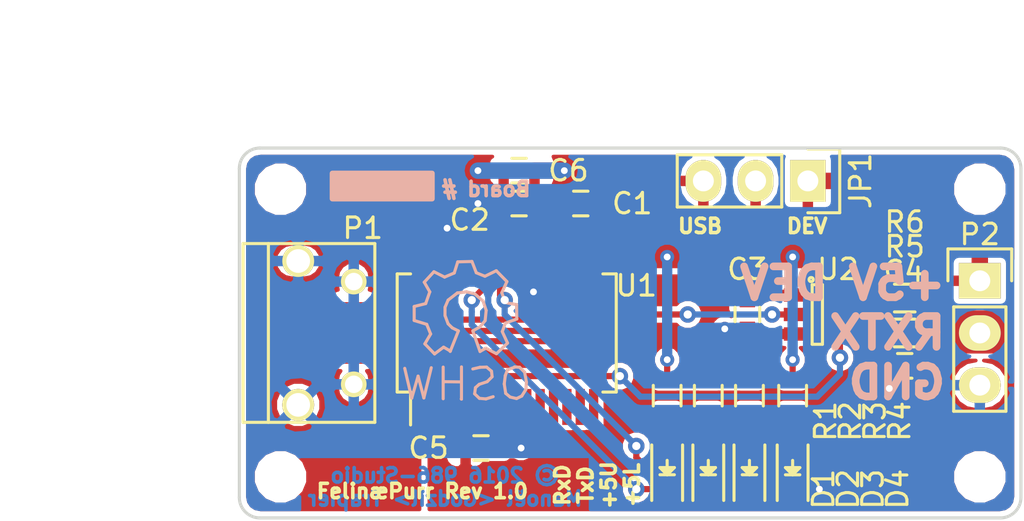
<source format=kicad_pcb>
(kicad_pcb (version 4) (host pcbnew "(2016-07-14 BZR 6980)-product")

  (general
    (links 49)
    (no_connects 0)
    (area 136 73.3 187.703591 99.0449)
    (thickness 1.6)
    (drawings 17)
    (tracks 134)
    (zones 0)
    (modules 26)
    (nets 32)
  )

  (page A4)
  (layers
    (0 F.Cu signal)
    (31 B.Cu signal)
    (32 B.Adhes user)
    (33 F.Adhes user)
    (34 B.Paste user)
    (35 F.Paste user)
    (36 B.SilkS user)
    (37 F.SilkS user)
    (38 B.Mask user)
    (39 F.Mask user)
    (40 Dwgs.User user)
    (41 Cmts.User user)
    (42 Eco1.User user)
    (43 Eco2.User user hide)
    (44 Edge.Cuts user)
    (45 Margin user)
    (46 B.CrtYd user)
    (47 F.CrtYd user)
    (48 B.Fab user hide)
    (49 F.Fab user hide)
  )

  (setup
    (last_trace_width 0.1524)
    (user_trace_width 0.3)
    (user_trace_width 0.4)
    (user_trace_width 0.5)
    (user_trace_width 0.6)
    (user_trace_width 0.7)
    (user_trace_width 0.8)
    (trace_clearance 0.1524)
    (zone_clearance 0.25)
    (zone_45_only no)
    (trace_min 0.1524)
    (segment_width 0.2)
    (edge_width 0.15)
    (via_size 0.6858)
    (via_drill 0.3302)
    (via_min_size 0.6858)
    (via_min_drill 0.3302)
    (uvia_size 0.3)
    (uvia_drill 0.1)
    (uvias_allowed no)
    (uvia_min_size 0)
    (uvia_min_drill 0)
    (pcb_text_width 0.3)
    (pcb_text_size 1.5 1.5)
    (mod_edge_width 0.15)
    (mod_text_size 1 1)
    (mod_text_width 0.15)
    (pad_size 1.55 1.55)
    (pad_drill 1.15)
    (pad_to_mask_clearance 0)
    (aux_axis_origin 0 0)
    (visible_elements FFFFFF7F)
    (pcbplotparams
      (layerselection 0x010f0_ffffffff)
      (usegerberextensions true)
      (excludeedgelayer true)
      (linewidth 0.150000)
      (plotframeref false)
      (viasonmask false)
      (mode 1)
      (useauxorigin false)
      (hpglpennumber 1)
      (hpglpenspeed 20)
      (hpglpendiameter 15)
      (psnegative false)
      (psa4output false)
      (plotreference true)
      (plotvalue true)
      (plotinvisibletext false)
      (padsonsilk false)
      (subtractmaskfromsilk true)
      (outputformat 1)
      (mirror false)
      (drillshape 0)
      (scaleselection 1)
      (outputdirectory Gerbers/))
  )

  (net 0 "")
  (net 1 "Net-(C1-Pad1)")
  (net 2 GND)
  (net 3 +5VD)
  (net 4 +5V)
  (net 5 /RXTXout)
  (net 6 "Net-(D1-Pad2)")
  (net 7 "Net-(D1-Pad1)")
  (net 8 "Net-(D2-Pad2)")
  (net 9 "Net-(D2-Pad1)")
  (net 10 "Net-(D3-Pad2)")
  (net 11 +5VL)
  (net 12 "Net-(P1-Pad4)")
  (net 13 "Net-(D4-Pad2)")
  (net 14 /RXTX)
  (net 15 /TxD)
  (net 16 "Net-(U1-Pad2)")
  (net 17 "Net-(U1-Pad3)")
  (net 18 "Net-(U1-Pad6)")
  (net 19 "Net-(U1-Pad8)")
  (net 20 "Net-(U1-Pad9)")
  (net 21 "Net-(U1-Pad10)")
  (net 22 "Net-(U1-Pad11)")
  (net 23 "Net-(U1-Pad12)")
  (net 24 "Net-(U1-Pad13)")
  (net 25 "Net-(U1-Pad14)")
  (net 26 "Net-(U1-Pad19)")
  (net 27 "Net-(U1-Pad24)")
  (net 28 "Net-(U1-Pad27)")
  (net 29 "Net-(U1-Pad28)")
  (net 30 /Dp)
  (net 31 /Dm)

  (net_class Default "This is the default net class."
    (clearance 0.1524)
    (trace_width 0.1524)
    (via_dia 0.6858)
    (via_drill 0.3302)
    (uvia_dia 0.3)
    (uvia_drill 0.1)
    (add_net /Dm)
    (add_net /Dp)
  )

  (net_class Normal ""
    (clearance 0.1524)
    (trace_width 0.2)
    (via_dia 0.8)
    (via_drill 0.4)
    (uvia_dia 0.3)
    (uvia_drill 0.1)
    (add_net /RXTX)
    (add_net /RXTXout)
    (add_net /TxD)
    (add_net "Net-(C1-Pad1)")
    (add_net "Net-(D1-Pad1)")
    (add_net "Net-(D1-Pad2)")
    (add_net "Net-(D2-Pad1)")
    (add_net "Net-(D2-Pad2)")
    (add_net "Net-(D3-Pad2)")
    (add_net "Net-(D4-Pad2)")
    (add_net "Net-(P1-Pad4)")
    (add_net "Net-(U1-Pad10)")
    (add_net "Net-(U1-Pad11)")
    (add_net "Net-(U1-Pad12)")
    (add_net "Net-(U1-Pad13)")
    (add_net "Net-(U1-Pad14)")
    (add_net "Net-(U1-Pad19)")
    (add_net "Net-(U1-Pad2)")
    (add_net "Net-(U1-Pad24)")
    (add_net "Net-(U1-Pad27)")
    (add_net "Net-(U1-Pad28)")
    (add_net "Net-(U1-Pad3)")
    (add_net "Net-(U1-Pad6)")
    (add_net "Net-(U1-Pad8)")
    (add_net "Net-(U1-Pad9)")
  )

  (net_class Power ""
    (clearance 0.1524)
    (trace_width 0.25)
    (via_dia 0.6858)
    (via_drill 0.3302)
    (uvia_dia 0.3)
    (uvia_drill 0.1)
    (add_net +5V)
    (add_net +5VD)
    (add_net +5VL)
    (add_net GND)
  )

  (module PadsLib:2mmHole (layer F.Cu) (tedit 57891662) (tstamp 578916CF)
    (at 184 82)
    (fp_text reference REF** (at 0 2) (layer F.SilkS) hide
      (effects (font (size 1 1) (thickness 0.15)))
    )
    (fp_text value 2mmHole (at 0 -2) (layer F.Fab)
      (effects (font (size 1 1) (thickness 0.15)))
    )
    (pad "" np_thru_hole circle (at 0 0) (size 2 2) (drill 2) (layers *.Cu))
  )

  (module PadsLib:2mmHole (layer F.Cu) (tedit 57891662) (tstamp 578916C9)
    (at 184 96)
    (fp_text reference REF** (at 0 2) (layer F.SilkS) hide
      (effects (font (size 1 1) (thickness 0.15)))
    )
    (fp_text value 2mmHole (at 0 -2) (layer F.Fab)
      (effects (font (size 1 1) (thickness 0.15)))
    )
    (pad "" np_thru_hole circle (at 0 0) (size 2 2) (drill 2) (layers *.Cu))
  )

  (module PadsLib:2mmHole (layer F.Cu) (tedit 57891662) (tstamp 578916C4)
    (at 150 96)
    (fp_text reference REF** (at 0 2) (layer F.SilkS) hide
      (effects (font (size 1 1) (thickness 0.15)))
    )
    (fp_text value 2mmHole (at 0 -2) (layer F.Fab)
      (effects (font (size 1 1) (thickness 0.15)))
    )
    (pad "" np_thru_hole circle (at 0 0) (size 2 2) (drill 2) (layers *.Cu))
  )

  (module Capacitors_SMD:C_0603 (layer F.Cu) (tedit 5415D631) (tstamp 57892645)
    (at 164.6 82.7 180)
    (descr "Capacitor SMD 0603, reflow soldering, AVX (see smccp.pdf)")
    (tags "capacitor 0603")
    (path /5788CDCA)
    (attr smd)
    (fp_text reference C1 (at -2.5 0 180) (layer F.SilkS)
      (effects (font (size 1 1) (thickness 0.15)))
    )
    (fp_text value 100n (at 0 1.9 180) (layer F.Fab)
      (effects (font (size 1 1) (thickness 0.15)))
    )
    (fp_line (start -1.45 -0.75) (end 1.45 -0.75) (layer F.CrtYd) (width 0.05))
    (fp_line (start -1.45 0.75) (end 1.45 0.75) (layer F.CrtYd) (width 0.05))
    (fp_line (start -1.45 -0.75) (end -1.45 0.75) (layer F.CrtYd) (width 0.05))
    (fp_line (start 1.45 -0.75) (end 1.45 0.75) (layer F.CrtYd) (width 0.05))
    (fp_line (start -0.35 -0.6) (end 0.35 -0.6) (layer F.SilkS) (width 0.15))
    (fp_line (start 0.35 0.6) (end -0.35 0.6) (layer F.SilkS) (width 0.15))
    (pad 1 smd rect (at -0.75 0 180) (size 0.8 0.75) (layers F.Cu F.Paste F.Mask)
      (net 1 "Net-(C1-Pad1)"))
    (pad 2 smd rect (at 0.75 0 180) (size 0.8 0.75) (layers F.Cu F.Paste F.Mask)
      (net 2 GND))
    (model Capacitors_SMD.3dshapes/C_0603.wrl
      (at (xyz 0 0 0))
      (scale (xyz 1 1 1))
      (rotate (xyz 0 0 0))
    )
  )

  (module Capacitors_SMD:C_0603 (layer F.Cu) (tedit 5415D631) (tstamp 57892651)
    (at 161.6 82.7 180)
    (descr "Capacitor SMD 0603, reflow soldering, AVX (see smccp.pdf)")
    (tags "capacitor 0603")
    (path /5788EC64)
    (attr smd)
    (fp_text reference C2 (at 2.4 -0.8 180) (layer F.SilkS)
      (effects (font (size 1 1) (thickness 0.15)))
    )
    (fp_text value 0.1u (at 0 1.9 180) (layer F.Fab)
      (effects (font (size 1 1) (thickness 0.15)))
    )
    (fp_line (start -1.45 -0.75) (end 1.45 -0.75) (layer F.CrtYd) (width 0.05))
    (fp_line (start -1.45 0.75) (end 1.45 0.75) (layer F.CrtYd) (width 0.05))
    (fp_line (start -1.45 -0.75) (end -1.45 0.75) (layer F.CrtYd) (width 0.05))
    (fp_line (start 1.45 -0.75) (end 1.45 0.75) (layer F.CrtYd) (width 0.05))
    (fp_line (start -0.35 -0.6) (end 0.35 -0.6) (layer F.SilkS) (width 0.15))
    (fp_line (start 0.35 0.6) (end -0.35 0.6) (layer F.SilkS) (width 0.15))
    (pad 1 smd rect (at -0.75 0 180) (size 0.8 0.75) (layers F.Cu F.Paste F.Mask)
      (net 3 +5VD))
    (pad 2 smd rect (at 0.75 0 180) (size 0.8 0.75) (layers F.Cu F.Paste F.Mask)
      (net 2 GND))
    (model Capacitors_SMD.3dshapes/C_0603.wrl
      (at (xyz 0 0 0))
      (scale (xyz 1 1 1))
      (rotate (xyz 0 0 0))
    )
  )

  (module Capacitors_SMD:C_0603 (layer F.Cu) (tedit 5415D631) (tstamp 5789265D)
    (at 172.7 88.1 270)
    (descr "Capacitor SMD 0603, reflow soldering, AVX (see smccp.pdf)")
    (tags "capacitor 0603")
    (path /5788C6C1)
    (attr smd)
    (fp_text reference C3 (at -2.2 0) (layer F.SilkS)
      (effects (font (size 1 1) (thickness 0.15)))
    )
    (fp_text value 0.1u (at 0 1.9 270) (layer F.Fab)
      (effects (font (size 1 1) (thickness 0.15)))
    )
    (fp_line (start -1.45 -0.75) (end 1.45 -0.75) (layer F.CrtYd) (width 0.05))
    (fp_line (start -1.45 0.75) (end 1.45 0.75) (layer F.CrtYd) (width 0.05))
    (fp_line (start -1.45 -0.75) (end -1.45 0.75) (layer F.CrtYd) (width 0.05))
    (fp_line (start 1.45 -0.75) (end 1.45 0.75) (layer F.CrtYd) (width 0.05))
    (fp_line (start -0.35 -0.6) (end 0.35 -0.6) (layer F.SilkS) (width 0.15))
    (fp_line (start 0.35 0.6) (end -0.35 0.6) (layer F.SilkS) (width 0.15))
    (pad 1 smd rect (at -0.75 0 270) (size 0.8 0.75) (layers F.Cu F.Paste F.Mask)
      (net 4 +5V))
    (pad 2 smd rect (at 0.75 0 270) (size 0.8 0.75) (layers F.Cu F.Paste F.Mask)
      (net 2 GND))
    (model Capacitors_SMD.3dshapes/C_0603.wrl
      (at (xyz 0 0 0))
      (scale (xyz 1 1 1))
      (rotate (xyz 0 0 0))
    )
  )

  (module Capacitors_SMD:C_0603 (layer F.Cu) (tedit 5788E3B2) (tstamp 57892669)
    (at 180.35 90.6 180)
    (descr "Capacitor SMD 0603, reflow soldering, AVX (see smccp.pdf)")
    (tags "capacitor 0603")
    (path /5788FCFD)
    (attr smd)
    (fp_text reference C4 (at 0.05 4.6 180) (layer F.SilkS)
      (effects (font (size 1 1) (thickness 0.15)))
    )
    (fp_text value 330p (at 0 1.9 180) (layer F.Fab)
      (effects (font (size 1 1) (thickness 0.15)))
    )
    (fp_line (start -1.45 -0.75) (end 1.45 -0.75) (layer F.CrtYd) (width 0.05))
    (fp_line (start -1.45 0.75) (end 1.45 0.75) (layer F.CrtYd) (width 0.05))
    (fp_line (start -1.45 -0.75) (end -1.45 0.75) (layer F.CrtYd) (width 0.05))
    (fp_line (start 1.45 -0.75) (end 1.45 0.75) (layer F.CrtYd) (width 0.05))
    (fp_line (start -0.35 -0.6) (end 0.35 -0.6) (layer F.SilkS) (width 0.15))
    (fp_line (start 0.35 0.6) (end -0.35 0.6) (layer F.SilkS) (width 0.15))
    (pad 1 smd rect (at -0.75 0 180) (size 0.8 0.75) (layers F.Cu F.Paste F.Mask)
      (net 5 /RXTXout) (zone_connect 2))
    (pad 2 smd rect (at 0.75 0 180) (size 0.8 0.75) (layers F.Cu F.Paste F.Mask)
      (net 2 GND))
    (model Capacitors_SMD.3dshapes/C_0603.wrl
      (at (xyz 0 0 0))
      (scale (xyz 1 1 1))
      (rotate (xyz 0 0 0))
    )
  )

  (module LEDs:LED-0805 (layer F.Cu) (tedit 55BDE1C2) (tstamp 5789267C)
    (at 168.8 95.54902 90)
    (descr "LED 0805 smd package")
    (tags "LED 0805 SMD")
    (path /5788D434)
    (attr smd)
    (fp_text reference D1 (at -1.05098 7.6 90) (layer F.SilkS)
      (effects (font (size 1 1) (thickness 0.15)))
    )
    (fp_text value Green (at 0 1.75 90) (layer F.Fab)
      (effects (font (size 1 1) (thickness 0.15)))
    )
    (fp_line (start -1.6 0.75) (end 1.1 0.75) (layer F.SilkS) (width 0.15))
    (fp_line (start -1.6 -0.75) (end 1.1 -0.75) (layer F.SilkS) (width 0.15))
    (fp_line (start -0.1 0.15) (end -0.1 -0.1) (layer F.SilkS) (width 0.15))
    (fp_line (start -0.1 -0.1) (end -0.25 0.05) (layer F.SilkS) (width 0.15))
    (fp_line (start -0.35 -0.35) (end -0.35 0.35) (layer F.SilkS) (width 0.15))
    (fp_line (start 0 0) (end 0.35 0) (layer F.SilkS) (width 0.15))
    (fp_line (start -0.35 0) (end 0 -0.35) (layer F.SilkS) (width 0.15))
    (fp_line (start 0 -0.35) (end 0 0.35) (layer F.SilkS) (width 0.15))
    (fp_line (start 0 0.35) (end -0.35 0) (layer F.SilkS) (width 0.15))
    (fp_line (start 1.9 -0.95) (end 1.9 0.95) (layer F.CrtYd) (width 0.05))
    (fp_line (start 1.9 0.95) (end -1.9 0.95) (layer F.CrtYd) (width 0.05))
    (fp_line (start -1.9 0.95) (end -1.9 -0.95) (layer F.CrtYd) (width 0.05))
    (fp_line (start -1.9 -0.95) (end 1.9 -0.95) (layer F.CrtYd) (width 0.05))
    (pad 2 smd rect (at 1.04902 0 270) (size 1.19888 1.19888) (layers F.Cu F.Paste F.Mask)
      (net 6 "Net-(D1-Pad2)"))
    (pad 1 smd rect (at -1.04902 0 270) (size 1.19888 1.19888) (layers F.Cu F.Paste F.Mask)
      (net 7 "Net-(D1-Pad1)"))
    (model LEDs.3dshapes/LED-0805.wrl
      (at (xyz 0 0 0))
      (scale (xyz 1 1 1))
      (rotate (xyz 0 0 0))
    )
  )

  (module LEDs:LED-0805 (layer F.Cu) (tedit 55BDE1C2) (tstamp 5789268F)
    (at 170.8 95.54902 90)
    (descr "LED 0805 smd package")
    (tags "LED 0805 SMD")
    (path /5788D49B)
    (attr smd)
    (fp_text reference D2 (at -1.05098 6.8 90) (layer F.SilkS)
      (effects (font (size 1 1) (thickness 0.15)))
    )
    (fp_text value Red (at 0 1.75 90) (layer F.Fab)
      (effects (font (size 1 1) (thickness 0.15)))
    )
    (fp_line (start -1.6 0.75) (end 1.1 0.75) (layer F.SilkS) (width 0.15))
    (fp_line (start -1.6 -0.75) (end 1.1 -0.75) (layer F.SilkS) (width 0.15))
    (fp_line (start -0.1 0.15) (end -0.1 -0.1) (layer F.SilkS) (width 0.15))
    (fp_line (start -0.1 -0.1) (end -0.25 0.05) (layer F.SilkS) (width 0.15))
    (fp_line (start -0.35 -0.35) (end -0.35 0.35) (layer F.SilkS) (width 0.15))
    (fp_line (start 0 0) (end 0.35 0) (layer F.SilkS) (width 0.15))
    (fp_line (start -0.35 0) (end 0 -0.35) (layer F.SilkS) (width 0.15))
    (fp_line (start 0 -0.35) (end 0 0.35) (layer F.SilkS) (width 0.15))
    (fp_line (start 0 0.35) (end -0.35 0) (layer F.SilkS) (width 0.15))
    (fp_line (start 1.9 -0.95) (end 1.9 0.95) (layer F.CrtYd) (width 0.05))
    (fp_line (start 1.9 0.95) (end -1.9 0.95) (layer F.CrtYd) (width 0.05))
    (fp_line (start -1.9 0.95) (end -1.9 -0.95) (layer F.CrtYd) (width 0.05))
    (fp_line (start -1.9 -0.95) (end 1.9 -0.95) (layer F.CrtYd) (width 0.05))
    (pad 2 smd rect (at 1.04902 0 270) (size 1.19888 1.19888) (layers F.Cu F.Paste F.Mask)
      (net 8 "Net-(D2-Pad2)"))
    (pad 1 smd rect (at -1.04902 0 270) (size 1.19888 1.19888) (layers F.Cu F.Paste F.Mask)
      (net 9 "Net-(D2-Pad1)"))
    (model LEDs.3dshapes/LED-0805.wrl
      (at (xyz 0 0 0))
      (scale (xyz 1 1 1))
      (rotate (xyz 0 0 0))
    )
  )

  (module LEDs:LED-0805 (layer F.Cu) (tedit 55BDE1C2) (tstamp 578926A2)
    (at 172.8 95.54902 90)
    (descr "LED 0805 smd package")
    (tags "LED 0805 SMD")
    (path /5788DACE)
    (attr smd)
    (fp_text reference D3 (at -1.05098 6 90) (layer F.SilkS)
      (effects (font (size 1 1) (thickness 0.15)))
    )
    (fp_text value Blue (at 0 1.75 90) (layer F.Fab)
      (effects (font (size 1 1) (thickness 0.15)))
    )
    (fp_line (start -1.6 0.75) (end 1.1 0.75) (layer F.SilkS) (width 0.15))
    (fp_line (start -1.6 -0.75) (end 1.1 -0.75) (layer F.SilkS) (width 0.15))
    (fp_line (start -0.1 0.15) (end -0.1 -0.1) (layer F.SilkS) (width 0.15))
    (fp_line (start -0.1 -0.1) (end -0.25 0.05) (layer F.SilkS) (width 0.15))
    (fp_line (start -0.35 -0.35) (end -0.35 0.35) (layer F.SilkS) (width 0.15))
    (fp_line (start 0 0) (end 0.35 0) (layer F.SilkS) (width 0.15))
    (fp_line (start -0.35 0) (end 0 -0.35) (layer F.SilkS) (width 0.15))
    (fp_line (start 0 -0.35) (end 0 0.35) (layer F.SilkS) (width 0.15))
    (fp_line (start 0 0.35) (end -0.35 0) (layer F.SilkS) (width 0.15))
    (fp_line (start 1.9 -0.95) (end 1.9 0.95) (layer F.CrtYd) (width 0.05))
    (fp_line (start 1.9 0.95) (end -1.9 0.95) (layer F.CrtYd) (width 0.05))
    (fp_line (start -1.9 0.95) (end -1.9 -0.95) (layer F.CrtYd) (width 0.05))
    (fp_line (start -1.9 -0.95) (end 1.9 -0.95) (layer F.CrtYd) (width 0.05))
    (pad 2 smd rect (at 1.04902 0 270) (size 1.19888 1.19888) (layers F.Cu F.Paste F.Mask)
      (net 10 "Net-(D3-Pad2)"))
    (pad 1 smd rect (at -1.04902 0 270) (size 1.19888 1.19888) (layers F.Cu F.Paste F.Mask)
      (net 2 GND))
    (model LEDs.3dshapes/LED-0805.wrl
      (at (xyz 0 0 0))
      (scale (xyz 1 1 1))
      (rotate (xyz 0 0 0))
    )
  )

  (module Pin_Headers:Pin_Header_Straight_1x03 (layer F.Cu) (tedit 0) (tstamp 578926B4)
    (at 175.64 81.6 270)
    (descr "Through hole pin header")
    (tags "pin header")
    (path /5788BF7C)
    (fp_text reference JP1 (at 0 -2.56 270) (layer F.SilkS)
      (effects (font (size 1 1) (thickness 0.15)))
    )
    (fp_text value JUMPER3 (at 0 -3.1 270) (layer F.Fab)
      (effects (font (size 1 1) (thickness 0.15)))
    )
    (fp_line (start -1.75 -1.75) (end -1.75 6.85) (layer F.CrtYd) (width 0.05))
    (fp_line (start 1.75 -1.75) (end 1.75 6.85) (layer F.CrtYd) (width 0.05))
    (fp_line (start -1.75 -1.75) (end 1.75 -1.75) (layer F.CrtYd) (width 0.05))
    (fp_line (start -1.75 6.85) (end 1.75 6.85) (layer F.CrtYd) (width 0.05))
    (fp_line (start -1.27 1.27) (end -1.27 6.35) (layer F.SilkS) (width 0.15))
    (fp_line (start -1.27 6.35) (end 1.27 6.35) (layer F.SilkS) (width 0.15))
    (fp_line (start 1.27 6.35) (end 1.27 1.27) (layer F.SilkS) (width 0.15))
    (fp_line (start 1.55 -1.55) (end 1.55 0) (layer F.SilkS) (width 0.15))
    (fp_line (start 1.27 1.27) (end -1.27 1.27) (layer F.SilkS) (width 0.15))
    (fp_line (start -1.55 0) (end -1.55 -1.55) (layer F.SilkS) (width 0.15))
    (fp_line (start -1.55 -1.55) (end 1.55 -1.55) (layer F.SilkS) (width 0.15))
    (pad 1 thru_hole rect (at 0 0 270) (size 2.032 1.7272) (drill 1.016) (layers *.Cu *.Mask F.SilkS)
      (net 11 +5VL))
    (pad 2 thru_hole oval (at 0 2.54 270) (size 2.032 1.7272) (drill 1.016) (layers *.Cu *.Mask F.SilkS)
      (net 4 +5V))
    (pad 3 thru_hole oval (at 0 5.08 270) (size 2.032 1.7272) (drill 1.016) (layers *.Cu *.Mask F.SilkS)
      (net 3 +5VD))
    (model Pin_Headers.3dshapes/Pin_Header_Straight_1x03.wrl
      (at (xyz 0 -0.1 0))
      (scale (xyz 1 1 1))
      (rotate (xyz 0 0 90))
    )
  )

  (module Connect:USB_Micro-B (layer F.Cu) (tedit 57891A2B) (tstamp 578926CA)
    (at 152 89 270)
    (descr "Micro USB Type B Receptacle")
    (tags "USB USB_B USB_micro USB_OTG")
    (path /5788BE50)
    (attr smd)
    (fp_text reference P1 (at -5.1 -2) (layer F.SilkS)
      (effects (font (size 1 1) (thickness 0.15)))
    )
    (fp_text value USB_OTG (at 0 4.8 270) (layer F.Fab)
      (effects (font (size 1 1) (thickness 0.15)))
    )
    (fp_line (start -4.6 -2.8) (end 4.6 -2.8) (layer F.CrtYd) (width 0.05))
    (fp_line (start 4.6 -2.8) (end 4.6 4.05) (layer F.CrtYd) (width 0.05))
    (fp_line (start 4.6 4.05) (end -4.6 4.05) (layer F.CrtYd) (width 0.05))
    (fp_line (start -4.6 4.05) (end -4.6 -2.8) (layer F.CrtYd) (width 0.05))
    (fp_line (start -4.3509 3.81746) (end 4.3491 3.81746) (layer F.SilkS) (width 0.15))
    (fp_line (start -4.3509 -2.58754) (end 4.3491 -2.58754) (layer F.SilkS) (width 0.15))
    (fp_line (start 4.3491 -2.58754) (end 4.3491 3.81746) (layer F.SilkS) (width 0.15))
    (fp_line (start 4.3491 2.58746) (end -4.3509 2.58746) (layer F.SilkS) (width 0.15))
    (fp_line (start -4.3509 3.81746) (end -4.3509 -2.58754) (layer F.SilkS) (width 0.15))
    (pad 1 smd rect (at -1.3009 -1.56254) (size 1.35 0.4) (layers F.Cu F.Paste F.Mask)
      (net 3 +5VD))
    (pad 2 smd rect (at -0.6509 -1.56254) (size 1.35 0.4) (layers F.Cu F.Paste F.Mask)
      (net 31 /Dm))
    (pad 3 smd rect (at -0.0009 -1.56254) (size 1.35 0.4) (layers F.Cu F.Paste F.Mask)
      (net 30 /Dp))
    (pad 4 smd rect (at 0.6491 -1.56254) (size 1.35 0.4) (layers F.Cu F.Paste F.Mask)
      (net 12 "Net-(P1-Pad4)"))
    (pad 5 smd rect (at 1.2991 -1.56254) (size 1.35 0.4) (layers F.Cu F.Paste F.Mask)
      (net 2 GND))
    (pad 6 thru_hole circle (at -2.5009 -1.56254) (size 1.25 1.25) (drill 0.85) (layers *.Cu *.Mask F.SilkS)
      (net 2 GND))
    (pad 6 thru_hole circle (at 2.4991 -1.56254) (size 1.25 1.25) (drill 0.85) (layers *.Cu *.Mask F.SilkS)
      (net 2 GND))
    (pad 6 thru_hole circle (at -3.5009 1.13746) (size 1.55 1.55) (drill 1.15) (layers *.Cu *.Mask F.SilkS)
      (net 2 GND))
    (pad 6 thru_hole circle (at 3.4991 1.13746) (size 1.55 1.55) (drill 1.15) (layers *.Cu *.Mask F.SilkS)
      (net 2 GND))
  )

  (module Resistors_SMD:R_0603 (layer F.Cu) (tedit 5415CC62) (tstamp 578926D6)
    (at 168.8 92.05 270)
    (descr "Resistor SMD 0603, reflow soldering, Vishay (see dcrcw.pdf)")
    (tags "resistor 0603")
    (path /5788D4FB)
    (attr smd)
    (fp_text reference R1 (at 1.25 -7.7 270) (layer F.SilkS)
      (effects (font (size 1 1) (thickness 0.15)))
    )
    (fp_text value R (at 0 1.9 270) (layer F.Fab)
      (effects (font (size 1 1) (thickness 0.15)))
    )
    (fp_line (start -1.3 -0.8) (end 1.3 -0.8) (layer F.CrtYd) (width 0.05))
    (fp_line (start -1.3 0.8) (end 1.3 0.8) (layer F.CrtYd) (width 0.05))
    (fp_line (start -1.3 -0.8) (end -1.3 0.8) (layer F.CrtYd) (width 0.05))
    (fp_line (start 1.3 -0.8) (end 1.3 0.8) (layer F.CrtYd) (width 0.05))
    (fp_line (start 0.5 0.675) (end -0.5 0.675) (layer F.SilkS) (width 0.15))
    (fp_line (start -0.5 -0.675) (end 0.5 -0.675) (layer F.SilkS) (width 0.15))
    (pad 1 smd rect (at -0.75 0 270) (size 0.5 0.9) (layers F.Cu F.Paste F.Mask)
      (net 3 +5VD))
    (pad 2 smd rect (at 0.75 0 270) (size 0.5 0.9) (layers F.Cu F.Paste F.Mask)
      (net 6 "Net-(D1-Pad2)"))
    (model Resistors_SMD.3dshapes/R_0603.wrl
      (at (xyz 0 0 0))
      (scale (xyz 1 1 1))
      (rotate (xyz 0 0 0))
    )
  )

  (module Resistors_SMD:R_0603 (layer F.Cu) (tedit 5415CC62) (tstamp 578926E2)
    (at 170.8 92.05 270)
    (descr "Resistor SMD 0603, reflow soldering, Vishay (see dcrcw.pdf)")
    (tags "resistor 0603")
    (path /5788D537)
    (attr smd)
    (fp_text reference R2 (at 1.25 -6.9 270) (layer F.SilkS)
      (effects (font (size 1 1) (thickness 0.15)))
    )
    (fp_text value R (at 0 1.9 270) (layer F.Fab)
      (effects (font (size 1 1) (thickness 0.15)))
    )
    (fp_line (start -1.3 -0.8) (end 1.3 -0.8) (layer F.CrtYd) (width 0.05))
    (fp_line (start -1.3 0.8) (end 1.3 0.8) (layer F.CrtYd) (width 0.05))
    (fp_line (start -1.3 -0.8) (end -1.3 0.8) (layer F.CrtYd) (width 0.05))
    (fp_line (start 1.3 -0.8) (end 1.3 0.8) (layer F.CrtYd) (width 0.05))
    (fp_line (start 0.5 0.675) (end -0.5 0.675) (layer F.SilkS) (width 0.15))
    (fp_line (start -0.5 -0.675) (end 0.5 -0.675) (layer F.SilkS) (width 0.15))
    (pad 1 smd rect (at -0.75 0 270) (size 0.5 0.9) (layers F.Cu F.Paste F.Mask)
      (net 3 +5VD))
    (pad 2 smd rect (at 0.75 0 270) (size 0.5 0.9) (layers F.Cu F.Paste F.Mask)
      (net 8 "Net-(D2-Pad2)"))
    (model Resistors_SMD.3dshapes/R_0603.wrl
      (at (xyz 0 0 0))
      (scale (xyz 1 1 1))
      (rotate (xyz 0 0 0))
    )
  )

  (module Resistors_SMD:R_0603 (layer F.Cu) (tedit 5415CC62) (tstamp 578926EE)
    (at 172.8 92.05 270)
    (descr "Resistor SMD 0603, reflow soldering, Vishay (see dcrcw.pdf)")
    (tags "resistor 0603")
    (path /5788D965)
    (attr smd)
    (fp_text reference R3 (at 1.25 -6.1 270) (layer F.SilkS)
      (effects (font (size 1 1) (thickness 0.15)))
    )
    (fp_text value R (at 0 1.9 270) (layer F.Fab)
      (effects (font (size 1 1) (thickness 0.15)))
    )
    (fp_line (start -1.3 -0.8) (end 1.3 -0.8) (layer F.CrtYd) (width 0.05))
    (fp_line (start -1.3 0.8) (end 1.3 0.8) (layer F.CrtYd) (width 0.05))
    (fp_line (start -1.3 -0.8) (end -1.3 0.8) (layer F.CrtYd) (width 0.05))
    (fp_line (start 1.3 -0.8) (end 1.3 0.8) (layer F.CrtYd) (width 0.05))
    (fp_line (start 0.5 0.675) (end -0.5 0.675) (layer F.SilkS) (width 0.15))
    (fp_line (start -0.5 -0.675) (end 0.5 -0.675) (layer F.SilkS) (width 0.15))
    (pad 1 smd rect (at -0.75 0 270) (size 0.5 0.9) (layers F.Cu F.Paste F.Mask)
      (net 3 +5VD))
    (pad 2 smd rect (at 0.75 0 270) (size 0.5 0.9) (layers F.Cu F.Paste F.Mask)
      (net 10 "Net-(D3-Pad2)"))
    (model Resistors_SMD.3dshapes/R_0603.wrl
      (at (xyz 0 0 0))
      (scale (xyz 1 1 1))
      (rotate (xyz 0 0 0))
    )
  )

  (module Resistors_SMD:R_0603 (layer F.Cu) (tedit 5415CC62) (tstamp 578926FA)
    (at 174.9 92.05 270)
    (descr "Resistor SMD 0603, reflow soldering, Vishay (see dcrcw.pdf)")
    (tags "resistor 0603")
    (path /5788D9AA)
    (attr smd)
    (fp_text reference R4 (at 1.25 -5.2 270) (layer F.SilkS)
      (effects (font (size 1 1) (thickness 0.15)))
    )
    (fp_text value R (at 0 1.9 270) (layer F.Fab)
      (effects (font (size 1 1) (thickness 0.15)))
    )
    (fp_line (start -1.3 -0.8) (end 1.3 -0.8) (layer F.CrtYd) (width 0.05))
    (fp_line (start -1.3 0.8) (end 1.3 0.8) (layer F.CrtYd) (width 0.05))
    (fp_line (start -1.3 -0.8) (end -1.3 0.8) (layer F.CrtYd) (width 0.05))
    (fp_line (start 1.3 -0.8) (end 1.3 0.8) (layer F.CrtYd) (width 0.05))
    (fp_line (start 0.5 0.675) (end -0.5 0.675) (layer F.SilkS) (width 0.15))
    (fp_line (start -0.5 -0.675) (end 0.5 -0.675) (layer F.SilkS) (width 0.15))
    (pad 1 smd rect (at -0.75 0 270) (size 0.5 0.9) (layers F.Cu F.Paste F.Mask)
      (net 11 +5VL))
    (pad 2 smd rect (at 0.75 0 270) (size 0.5 0.9) (layers F.Cu F.Paste F.Mask)
      (net 13 "Net-(D4-Pad2)"))
    (model Resistors_SMD.3dshapes/R_0603.wrl
      (at (xyz 0 0 0))
      (scale (xyz 1 1 1))
      (rotate (xyz 0 0 0))
    )
  )

  (module Resistors_SMD:R_0603 (layer F.Cu) (tedit 5788E3AA) (tstamp 57892706)
    (at 180.35 89 180)
    (descr "Resistor SMD 0603, reflow soldering, Vishay (see dcrcw.pdf)")
    (tags "resistor 0603")
    (path /5788F6C0)
    (attr smd)
    (fp_text reference R5 (at 0 4.2 180) (layer F.SilkS)
      (effects (font (size 1 1) (thickness 0.15)))
    )
    (fp_text value 100 (at 0 1.9 180) (layer F.Fab)
      (effects (font (size 1 1) (thickness 0.15)))
    )
    (fp_line (start -1.3 -0.8) (end 1.3 -0.8) (layer F.CrtYd) (width 0.05))
    (fp_line (start -1.3 0.8) (end 1.3 0.8) (layer F.CrtYd) (width 0.05))
    (fp_line (start -1.3 -0.8) (end -1.3 0.8) (layer F.CrtYd) (width 0.05))
    (fp_line (start 1.3 -0.8) (end 1.3 0.8) (layer F.CrtYd) (width 0.05))
    (fp_line (start 0.5 0.675) (end -0.5 0.675) (layer F.SilkS) (width 0.15))
    (fp_line (start -0.5 -0.675) (end 0.5 -0.675) (layer F.SilkS) (width 0.15))
    (pad 1 smd rect (at -0.75 0 180) (size 0.5 0.9) (layers F.Cu F.Paste F.Mask)
      (net 5 /RXTXout) (zone_connect 2))
    (pad 2 smd rect (at 0.75 0 180) (size 0.5 0.9) (layers F.Cu F.Paste F.Mask)
      (net 14 /RXTX))
    (model Resistors_SMD.3dshapes/R_0603.wrl
      (at (xyz 0 0 0))
      (scale (xyz 1 1 1))
      (rotate (xyz 0 0 0))
    )
  )

  (module Resistors_SMD:R_0603 (layer F.Cu) (tedit 5788E39F) (tstamp 57892712)
    (at 180.35 87.3)
    (descr "Resistor SMD 0603, reflow soldering, Vishay (see dcrcw.pdf)")
    (tags "resistor 0603")
    (path /5788FB48)
    (attr smd)
    (fp_text reference R6 (at 0 -3.7) (layer F.SilkS)
      (effects (font (size 1 1) (thickness 0.15)))
    )
    (fp_text value 18K (at 0 1.9) (layer F.Fab)
      (effects (font (size 1 1) (thickness 0.15)))
    )
    (fp_line (start -1.3 -0.8) (end 1.3 -0.8) (layer F.CrtYd) (width 0.05))
    (fp_line (start -1.3 0.8) (end 1.3 0.8) (layer F.CrtYd) (width 0.05))
    (fp_line (start -1.3 -0.8) (end -1.3 0.8) (layer F.CrtYd) (width 0.05))
    (fp_line (start 1.3 -0.8) (end 1.3 0.8) (layer F.CrtYd) (width 0.05))
    (fp_line (start 0.5 0.675) (end -0.5 0.675) (layer F.SilkS) (width 0.15))
    (fp_line (start -0.5 -0.675) (end 0.5 -0.675) (layer F.SilkS) (width 0.15))
    (pad 1 smd rect (at -0.75 0) (size 0.5 0.9) (layers F.Cu F.Paste F.Mask)
      (net 4 +5V))
    (pad 2 smd rect (at 0.75 0) (size 0.5 0.9) (layers F.Cu F.Paste F.Mask)
      (net 5 /RXTXout) (zone_connect 2))
    (model Resistors_SMD.3dshapes/R_0603.wrl
      (at (xyz 0 0 0))
      (scale (xyz 1 1 1))
      (rotate (xyz 0 0 0))
    )
  )

  (module Housings_SSOP:SSOP-28_5.3x10.2mm_Pitch0.65mm (layer F.Cu) (tedit 54130A77) (tstamp 5789273D)
    (at 161 89 90)
    (descr "28-Lead Plastic Shrink Small Outline (SS)-5.30 mm Body [SSOP] (see Microchip Packaging Specification 00000049BS.pdf)")
    (tags "SSOP 0.65")
    (path /5788C982)
    (attr smd)
    (fp_text reference U1 (at 2.3 6.3 180) (layer F.SilkS)
      (effects (font (size 1 1) (thickness 0.15)))
    )
    (fp_text value FT232RL (at 0 6.25 90) (layer F.Fab)
      (effects (font (size 1 1) (thickness 0.15)))
    )
    (fp_line (start -4.75 -5.5) (end -4.75 5.5) (layer F.CrtYd) (width 0.05))
    (fp_line (start 4.75 -5.5) (end 4.75 5.5) (layer F.CrtYd) (width 0.05))
    (fp_line (start -4.75 -5.5) (end 4.75 -5.5) (layer F.CrtYd) (width 0.05))
    (fp_line (start -4.75 5.5) (end 4.75 5.5) (layer F.CrtYd) (width 0.05))
    (fp_line (start -2.875 -5.325) (end -2.875 -4.675) (layer F.SilkS) (width 0.15))
    (fp_line (start 2.875 -5.325) (end 2.875 -4.675) (layer F.SilkS) (width 0.15))
    (fp_line (start 2.875 5.325) (end 2.875 4.675) (layer F.SilkS) (width 0.15))
    (fp_line (start -2.875 5.325) (end -2.875 4.675) (layer F.SilkS) (width 0.15))
    (fp_line (start -2.875 -5.325) (end 2.875 -5.325) (layer F.SilkS) (width 0.15))
    (fp_line (start -2.875 5.325) (end 2.875 5.325) (layer F.SilkS) (width 0.15))
    (fp_line (start -2.875 -4.675) (end -4.475 -4.675) (layer F.SilkS) (width 0.15))
    (pad 1 smd rect (at -3.6 -4.225 90) (size 1.75 0.45) (layers F.Cu F.Paste F.Mask)
      (net 15 /TxD))
    (pad 2 smd rect (at -3.6 -3.575 90) (size 1.75 0.45) (layers F.Cu F.Paste F.Mask)
      (net 16 "Net-(U1-Pad2)"))
    (pad 3 smd rect (at -3.6 -2.925 90) (size 1.75 0.45) (layers F.Cu F.Paste F.Mask)
      (net 17 "Net-(U1-Pad3)"))
    (pad 4 smd rect (at -3.6 -2.275 90) (size 1.75 0.45) (layers F.Cu F.Paste F.Mask)
      (net 4 +5V))
    (pad 5 smd rect (at -3.6 -1.625 90) (size 1.75 0.45) (layers F.Cu F.Paste F.Mask)
      (net 14 /RXTX))
    (pad 6 smd rect (at -3.6 -0.975 90) (size 1.75 0.45) (layers F.Cu F.Paste F.Mask)
      (net 18 "Net-(U1-Pad6)"))
    (pad 7 smd rect (at -3.6 -0.325 90) (size 1.75 0.45) (layers F.Cu F.Paste F.Mask)
      (net 2 GND))
    (pad 8 smd rect (at -3.6 0.325 90) (size 1.75 0.45) (layers F.Cu F.Paste F.Mask)
      (net 19 "Net-(U1-Pad8)"))
    (pad 9 smd rect (at -3.6 0.975 90) (size 1.75 0.45) (layers F.Cu F.Paste F.Mask)
      (net 20 "Net-(U1-Pad9)"))
    (pad 10 smd rect (at -3.6 1.625 90) (size 1.75 0.45) (layers F.Cu F.Paste F.Mask)
      (net 21 "Net-(U1-Pad10)"))
    (pad 11 smd rect (at -3.6 2.275 90) (size 1.75 0.45) (layers F.Cu F.Paste F.Mask)
      (net 22 "Net-(U1-Pad11)"))
    (pad 12 smd rect (at -3.6 2.925 90) (size 1.75 0.45) (layers F.Cu F.Paste F.Mask)
      (net 23 "Net-(U1-Pad12)"))
    (pad 13 smd rect (at -3.6 3.575 90) (size 1.75 0.45) (layers F.Cu F.Paste F.Mask)
      (net 24 "Net-(U1-Pad13)"))
    (pad 14 smd rect (at -3.6 4.225 90) (size 1.75 0.45) (layers F.Cu F.Paste F.Mask)
      (net 25 "Net-(U1-Pad14)"))
    (pad 15 smd rect (at 3.6 4.225 90) (size 1.75 0.45) (layers F.Cu F.Paste F.Mask)
      (net 30 /Dp))
    (pad 16 smd rect (at 3.6 3.575 90) (size 1.75 0.45) (layers F.Cu F.Paste F.Mask)
      (net 31 /Dm))
    (pad 17 smd rect (at 3.6 2.925 90) (size 1.75 0.45) (layers F.Cu F.Paste F.Mask)
      (net 1 "Net-(C1-Pad1)"))
    (pad 18 smd rect (at 3.6 2.275 90) (size 1.75 0.45) (layers F.Cu F.Paste F.Mask)
      (net 2 GND))
    (pad 19 smd rect (at 3.6 1.625 90) (size 1.75 0.45) (layers F.Cu F.Paste F.Mask)
      (net 26 "Net-(U1-Pad19)"))
    (pad 20 smd rect (at 3.6 0.975 90) (size 1.75 0.45) (layers F.Cu F.Paste F.Mask)
      (net 3 +5VD))
    (pad 21 smd rect (at 3.6 0.325 90) (size 1.75 0.45) (layers F.Cu F.Paste F.Mask)
      (net 2 GND))
    (pad 22 smd rect (at 3.6 -0.325 90) (size 1.75 0.45) (layers F.Cu F.Paste F.Mask)
      (net 9 "Net-(D2-Pad1)"))
    (pad 23 smd rect (at 3.6 -0.975 90) (size 1.75 0.45) (layers F.Cu F.Paste F.Mask)
      (net 7 "Net-(D1-Pad1)"))
    (pad 24 smd rect (at 3.6 -1.625 90) (size 1.75 0.45) (layers F.Cu F.Paste F.Mask)
      (net 27 "Net-(U1-Pad24)"))
    (pad 25 smd rect (at 3.6 -2.275 90) (size 1.75 0.45) (layers F.Cu F.Paste F.Mask)
      (net 2 GND))
    (pad 26 smd rect (at 3.6 -2.925 90) (size 1.75 0.45) (layers F.Cu F.Paste F.Mask)
      (net 2 GND))
    (pad 27 smd rect (at 3.6 -3.575 90) (size 1.75 0.45) (layers F.Cu F.Paste F.Mask)
      (net 28 "Net-(U1-Pad27)"))
    (pad 28 smd rect (at 3.6 -4.225 90) (size 1.75 0.45) (layers F.Cu F.Paste F.Mask)
      (net 29 "Net-(U1-Pad28)"))
    (model Housings_SSOP.3dshapes/SSOP-28_5.3x10.2mm_Pitch0.65mm.wrl
      (at (xyz 0 0 0))
      (scale (xyz 1 1 1))
      (rotate (xyz 0 0 0))
    )
  )

  (module TO_SOT_Packages_SMD:SOT-23-5 (layer F.Cu) (tedit 55360473) (tstamp 5789274F)
    (at 176.1 88.1)
    (descr "5-pin SOT23 package")
    (tags SOT-23-5)
    (path /5788C59F)
    (attr smd)
    (fp_text reference U2 (at 1 -2.2) (layer F.SilkS)
      (effects (font (size 1 1) (thickness 0.15)))
    )
    (fp_text value SN74LVC1G126-Q1 (at -0.05 2.35) (layer F.Fab)
      (effects (font (size 1 1) (thickness 0.15)))
    )
    (fp_line (start -1.8 -1.6) (end 1.8 -1.6) (layer F.CrtYd) (width 0.05))
    (fp_line (start 1.8 -1.6) (end 1.8 1.6) (layer F.CrtYd) (width 0.05))
    (fp_line (start 1.8 1.6) (end -1.8 1.6) (layer F.CrtYd) (width 0.05))
    (fp_line (start -1.8 1.6) (end -1.8 -1.6) (layer F.CrtYd) (width 0.05))
    (fp_circle (center -0.3 -1.7) (end -0.2 -1.7) (layer F.SilkS) (width 0.15))
    (fp_line (start 0.25 -1.45) (end -0.25 -1.45) (layer F.SilkS) (width 0.15))
    (fp_line (start 0.25 1.45) (end 0.25 -1.45) (layer F.SilkS) (width 0.15))
    (fp_line (start -0.25 1.45) (end 0.25 1.45) (layer F.SilkS) (width 0.15))
    (fp_line (start -0.25 -1.45) (end -0.25 1.45) (layer F.SilkS) (width 0.15))
    (pad 1 smd rect (at -1.1 -0.95) (size 1.06 0.65) (layers F.Cu F.Paste F.Mask)
      (net 4 +5V))
    (pad 2 smd rect (at -1.1 0) (size 1.06 0.65) (layers F.Cu F.Paste F.Mask)
      (net 15 /TxD))
    (pad 3 smd rect (at -1.1 0.95) (size 1.06 0.65) (layers F.Cu F.Paste F.Mask)
      (net 2 GND))
    (pad 4 smd rect (at 1.1 0.95) (size 1.06 0.65) (layers F.Cu F.Paste F.Mask)
      (net 14 /RXTX))
    (pad 5 smd rect (at 1.1 -0.95) (size 1.06 0.65) (layers F.Cu F.Paste F.Mask)
      (net 4 +5V))
    (model TO_SOT_Packages_SMD.3dshapes/SOT-23-5.wrl
      (at (xyz 0 0 0))
      (scale (xyz 1 1 1))
      (rotate (xyz 0 0 0))
    )
  )

  (module Pin_Headers:Pin_Header_Straight_1x03 (layer F.Cu) (tedit 5788E3B7) (tstamp 578A0167)
    (at 184 86.46)
    (descr "Through hole pin header")
    (tags "pin header")
    (path /5788BF2B)
    (fp_text reference P2 (at 0 -2.26) (layer F.SilkS)
      (effects (font (size 1 1) (thickness 0.15)))
    )
    (fp_text value JACK (at 0 -3.1) (layer F.Fab)
      (effects (font (size 1 1) (thickness 0.15)))
    )
    (fp_line (start -1.75 -1.75) (end -1.75 6.85) (layer F.CrtYd) (width 0.05))
    (fp_line (start 1.75 -1.75) (end 1.75 6.85) (layer F.CrtYd) (width 0.05))
    (fp_line (start -1.75 -1.75) (end 1.75 -1.75) (layer F.CrtYd) (width 0.05))
    (fp_line (start -1.75 6.85) (end 1.75 6.85) (layer F.CrtYd) (width 0.05))
    (fp_line (start -1.27 1.27) (end -1.27 6.35) (layer F.SilkS) (width 0.15))
    (fp_line (start -1.27 6.35) (end 1.27 6.35) (layer F.SilkS) (width 0.15))
    (fp_line (start 1.27 6.35) (end 1.27 1.27) (layer F.SilkS) (width 0.15))
    (fp_line (start 1.55 -1.55) (end 1.55 0) (layer F.SilkS) (width 0.15))
    (fp_line (start 1.27 1.27) (end -1.27 1.27) (layer F.SilkS) (width 0.15))
    (fp_line (start -1.55 0) (end -1.55 -1.55) (layer F.SilkS) (width 0.15))
    (fp_line (start -1.55 -1.55) (end 1.55 -1.55) (layer F.SilkS) (width 0.15))
    (pad 1 thru_hole rect (at 0 0) (size 2.032 1.7272) (drill 1.016) (layers *.Cu *.Mask F.SilkS)
      (net 11 +5VL))
    (pad 2 thru_hole oval (at 0 2.54) (size 2.032 1.7272) (drill 1.016) (layers *.Cu *.Mask F.SilkS)
      (net 5 /RXTXout) (zone_connect 2))
    (pad 3 thru_hole oval (at 0 5.08) (size 2.032 1.7272) (drill 1.016) (layers *.Cu *.Mask F.SilkS)
      (net 2 GND))
    (model Pin_Headers.3dshapes/Pin_Header_Straight_1x03.wrl
      (at (xyz 0 -0.1 0))
      (scale (xyz 1 1 1))
      (rotate (xyz 0 0 90))
    )
  )

  (module LEDs:LED-0805 (layer F.Cu) (tedit 55BDE1C2) (tstamp 578A0208)
    (at 174.9 95.55098 90)
    (descr "LED 0805 smd package")
    (tags "LED 0805 SMD")
    (path /5788DBDE)
    (attr smd)
    (fp_text reference D4 (at -1.04902 5.1 90) (layer F.SilkS)
      (effects (font (size 1 1) (thickness 0.15)))
    )
    (fp_text value Yellow (at 0 1.75 90) (layer F.Fab)
      (effects (font (size 1 1) (thickness 0.15)))
    )
    (fp_line (start -1.6 0.75) (end 1.1 0.75) (layer F.SilkS) (width 0.15))
    (fp_line (start -1.6 -0.75) (end 1.1 -0.75) (layer F.SilkS) (width 0.15))
    (fp_line (start -0.1 0.15) (end -0.1 -0.1) (layer F.SilkS) (width 0.15))
    (fp_line (start -0.1 -0.1) (end -0.25 0.05) (layer F.SilkS) (width 0.15))
    (fp_line (start -0.35 -0.35) (end -0.35 0.35) (layer F.SilkS) (width 0.15))
    (fp_line (start 0 0) (end 0.35 0) (layer F.SilkS) (width 0.15))
    (fp_line (start -0.35 0) (end 0 -0.35) (layer F.SilkS) (width 0.15))
    (fp_line (start 0 -0.35) (end 0 0.35) (layer F.SilkS) (width 0.15))
    (fp_line (start 0 0.35) (end -0.35 0) (layer F.SilkS) (width 0.15))
    (fp_line (start 1.9 -0.95) (end 1.9 0.95) (layer F.CrtYd) (width 0.05))
    (fp_line (start 1.9 0.95) (end -1.9 0.95) (layer F.CrtYd) (width 0.05))
    (fp_line (start -1.9 0.95) (end -1.9 -0.95) (layer F.CrtYd) (width 0.05))
    (fp_line (start -1.9 -0.95) (end 1.9 -0.95) (layer F.CrtYd) (width 0.05))
    (pad 2 smd rect (at 1.04902 0 270) (size 1.19888 1.19888) (layers F.Cu F.Paste F.Mask)
      (net 13 "Net-(D4-Pad2)"))
    (pad 1 smd rect (at -1.04902 0 270) (size 1.19888 1.19888) (layers F.Cu F.Paste F.Mask)
      (net 2 GND))
    (model LEDs.3dshapes/LED-0805.wrl
      (at (xyz 0 0 0))
      (scale (xyz 1 1 1))
      (rotate (xyz 0 0 0))
    )
  )

  (module Capacitors_SMD:C_0603 (layer F.Cu) (tedit 5415D631) (tstamp 57890D30)
    (at 159.75 94.6)
    (descr "Capacitor SMD 0603, reflow soldering, AVX (see smccp.pdf)")
    (tags "capacitor 0603")
    (path /5789190D)
    (attr smd)
    (fp_text reference C5 (at -2.55 0) (layer F.SilkS)
      (effects (font (size 1 1) (thickness 0.15)))
    )
    (fp_text value 100n (at 0 1.9) (layer F.Fab)
      (effects (font (size 1 1) (thickness 0.15)))
    )
    (fp_line (start -1.45 -0.75) (end 1.45 -0.75) (layer F.CrtYd) (width 0.05))
    (fp_line (start -1.45 0.75) (end 1.45 0.75) (layer F.CrtYd) (width 0.05))
    (fp_line (start -1.45 -0.75) (end -1.45 0.75) (layer F.CrtYd) (width 0.05))
    (fp_line (start 1.45 -0.75) (end 1.45 0.75) (layer F.CrtYd) (width 0.05))
    (fp_line (start -0.35 -0.6) (end 0.35 -0.6) (layer F.SilkS) (width 0.15))
    (fp_line (start 0.35 0.6) (end -0.35 0.6) (layer F.SilkS) (width 0.15))
    (pad 1 smd rect (at -0.75 0) (size 0.8 0.75) (layers F.Cu F.Paste F.Mask)
      (net 4 +5V))
    (pad 2 smd rect (at 0.75 0) (size 0.8 0.75) (layers F.Cu F.Paste F.Mask)
      (net 2 GND))
    (model Capacitors_SMD.3dshapes/C_0603.wrl
      (at (xyz 0 0 0))
      (scale (xyz 1 1 1))
      (rotate (xyz 0 0 0))
    )
  )

  (module Capacitors_SMD:C_0603 (layer F.Cu) (tedit 5415D631) (tstamp 57890D52)
    (at 161.6 81.1 180)
    (descr "Capacitor SMD 0603, reflow soldering, AVX (see smccp.pdf)")
    (tags "capacitor 0603")
    (path /57890719)
    (attr smd)
    (fp_text reference C6 (at -2.4 0 180) (layer F.SilkS)
      (effects (font (size 1 1) (thickness 0.15)))
    )
    (fp_text value 4.7u (at 0 1.9 180) (layer F.Fab)
      (effects (font (size 1 1) (thickness 0.15)))
    )
    (fp_line (start -1.45 -0.75) (end 1.45 -0.75) (layer F.CrtYd) (width 0.05))
    (fp_line (start -1.45 0.75) (end 1.45 0.75) (layer F.CrtYd) (width 0.05))
    (fp_line (start -1.45 -0.75) (end -1.45 0.75) (layer F.CrtYd) (width 0.05))
    (fp_line (start 1.45 -0.75) (end 1.45 0.75) (layer F.CrtYd) (width 0.05))
    (fp_line (start -0.35 -0.6) (end 0.35 -0.6) (layer F.SilkS) (width 0.15))
    (fp_line (start 0.35 0.6) (end -0.35 0.6) (layer F.SilkS) (width 0.15))
    (pad 1 smd rect (at -0.75 0 180) (size 0.8 0.75) (layers F.Cu F.Paste F.Mask)
      (net 3 +5VD))
    (pad 2 smd rect (at 0.75 0 180) (size 0.8 0.75) (layers F.Cu F.Paste F.Mask)
      (net 2 GND))
    (model Capacitors_SMD.3dshapes/C_0603.wrl
      (at (xyz 0 0 0))
      (scale (xyz 1 1 1))
      (rotate (xyz 0 0 0))
    )
  )

  (module Symbols:Symbol_OSHW-Logo_SilkScreen (layer B.Cu) (tedit 578911BA) (tstamp 5789116C)
    (at 159 88 180)
    (descr "Symbol, OSHW-Logo, Silk Screen,")
    (tags "Symbol, OSHW-Logo, Silk Screen,")
    (fp_text reference REF** (at 0.09906 4.38912 180) (layer B.SilkS) hide
      (effects (font (size 1 1) (thickness 0.15)) (justify mirror))
    )
    (fp_text value Symbol_OSHW-Logo_SilkScreen (at 0.30988 -6.56082 180) (layer B.Fab)
      (effects (font (size 1 1) (thickness 0.15)) (justify mirror))
    )
    (fp_line (start 1.66878 -2.68986) (end 2.02946 -4.16052) (layer B.SilkS) (width 0.15))
    (fp_line (start 2.02946 -4.16052) (end 2.30886 -3.0988) (layer B.SilkS) (width 0.15))
    (fp_line (start 2.30886 -3.0988) (end 2.61874 -4.17068) (layer B.SilkS) (width 0.15))
    (fp_line (start 2.61874 -4.17068) (end 2.9591 -2.72034) (layer B.SilkS) (width 0.15))
    (fp_line (start 0.24892 -3.38074) (end 1.03886 -3.37058) (layer B.SilkS) (width 0.15))
    (fp_line (start 1.03886 -3.37058) (end 1.04902 -3.38074) (layer B.SilkS) (width 0.15))
    (fp_line (start 1.04902 -3.38074) (end 1.04902 -3.37058) (layer B.SilkS) (width 0.15))
    (fp_line (start 1.08966 -2.65938) (end 1.08966 -4.20116) (layer B.SilkS) (width 0.15))
    (fp_line (start 0.20066 -2.64922) (end 0.20066 -4.21894) (layer B.SilkS) (width 0.15))
    (fp_line (start 0.20066 -4.21894) (end 0.21082 -4.20878) (layer B.SilkS) (width 0.15))
    (fp_line (start -0.35052 -2.75082) (end -0.70104 -2.66954) (layer B.SilkS) (width 0.15))
    (fp_line (start -0.70104 -2.66954) (end -1.02108 -2.65938) (layer B.SilkS) (width 0.15))
    (fp_line (start -1.02108 -2.65938) (end -1.25984 -2.86004) (layer B.SilkS) (width 0.15))
    (fp_line (start -1.25984 -2.86004) (end -1.29032 -3.12928) (layer B.SilkS) (width 0.15))
    (fp_line (start -1.29032 -3.12928) (end -1.04902 -3.37058) (layer B.SilkS) (width 0.15))
    (fp_line (start -1.04902 -3.37058) (end -0.6604 -3.50012) (layer B.SilkS) (width 0.15))
    (fp_line (start -0.6604 -3.50012) (end -0.48006 -3.66014) (layer B.SilkS) (width 0.15))
    (fp_line (start -0.48006 -3.66014) (end -0.43942 -3.95986) (layer B.SilkS) (width 0.15))
    (fp_line (start -0.43942 -3.95986) (end -0.67056 -4.18084) (layer B.SilkS) (width 0.15))
    (fp_line (start -0.67056 -4.18084) (end -0.9906 -4.20878) (layer B.SilkS) (width 0.15))
    (fp_line (start -0.9906 -4.20878) (end -1.34112 -4.09956) (layer B.SilkS) (width 0.15))
    (fp_line (start -2.37998 -2.64922) (end -2.6289 -2.66954) (layer B.SilkS) (width 0.15))
    (fp_line (start -2.6289 -2.66954) (end -2.8702 -2.91084) (layer B.SilkS) (width 0.15))
    (fp_line (start -2.8702 -2.91084) (end -2.9591 -3.40106) (layer B.SilkS) (width 0.15))
    (fp_line (start -2.9591 -3.40106) (end -2.93116 -3.74904) (layer B.SilkS) (width 0.15))
    (fp_line (start -2.93116 -3.74904) (end -2.7305 -4.06908) (layer B.SilkS) (width 0.15))
    (fp_line (start -2.7305 -4.06908) (end -2.47904 -4.191) (layer B.SilkS) (width 0.15))
    (fp_line (start -2.47904 -4.191) (end -2.16916 -4.11988) (layer B.SilkS) (width 0.15))
    (fp_line (start -2.16916 -4.11988) (end -1.95072 -3.93954) (layer B.SilkS) (width 0.15))
    (fp_line (start -1.95072 -3.93954) (end -1.8796 -3.4798) (layer B.SilkS) (width 0.15))
    (fp_line (start -1.8796 -3.4798) (end -1.9304 -3.07086) (layer B.SilkS) (width 0.15))
    (fp_line (start -1.9304 -3.07086) (end -2.03962 -2.78892) (layer B.SilkS) (width 0.15))
    (fp_line (start -2.03962 -2.78892) (end -2.4003 -2.65938) (layer B.SilkS) (width 0.15))
    (fp_line (start -1.78054 -0.92964) (end -2.03962 -1.49098) (layer B.SilkS) (width 0.15))
    (fp_line (start -2.03962 -1.49098) (end -1.50114 -2.00914) (layer B.SilkS) (width 0.15))
    (fp_line (start -1.50114 -2.00914) (end -0.98044 -1.7399) (layer B.SilkS) (width 0.15))
    (fp_line (start -0.98044 -1.7399) (end -0.70104 -1.89992) (layer B.SilkS) (width 0.15))
    (fp_line (start 0.73914 -1.8796) (end 1.06934 -1.6891) (layer B.SilkS) (width 0.15))
    (fp_line (start 1.06934 -1.6891) (end 1.50876 -2.0193) (layer B.SilkS) (width 0.15))
    (fp_line (start 1.50876 -2.0193) (end 1.9812 -1.52908) (layer B.SilkS) (width 0.15))
    (fp_line (start 1.9812 -1.52908) (end 1.69926 -1.04902) (layer B.SilkS) (width 0.15))
    (fp_line (start 1.69926 -1.04902) (end 1.88976 -0.57912) (layer B.SilkS) (width 0.15))
    (fp_line (start 1.88976 -0.57912) (end 2.49936 -0.39116) (layer B.SilkS) (width 0.15))
    (fp_line (start 2.49936 -0.39116) (end 2.49936 0.28956) (layer B.SilkS) (width 0.15))
    (fp_line (start 2.49936 0.28956) (end 1.94056 0.42926) (layer B.SilkS) (width 0.15))
    (fp_line (start 1.94056 0.42926) (end 1.7399 1.00076) (layer B.SilkS) (width 0.15))
    (fp_line (start 1.7399 1.00076) (end 2.00914 1.47066) (layer B.SilkS) (width 0.15))
    (fp_line (start 2.00914 1.47066) (end 1.53924 1.9812) (layer B.SilkS) (width 0.15))
    (fp_line (start 1.53924 1.9812) (end 1.02108 1.71958) (layer B.SilkS) (width 0.15))
    (fp_line (start 1.02108 1.71958) (end 0.55118 1.92024) (layer B.SilkS) (width 0.15))
    (fp_line (start 0.55118 1.92024) (end 0.381 2.46126) (layer B.SilkS) (width 0.15))
    (fp_line (start 0.381 2.46126) (end -0.30988 2.47904) (layer B.SilkS) (width 0.15))
    (fp_line (start -0.30988 2.47904) (end -0.5207 1.9304) (layer B.SilkS) (width 0.15))
    (fp_line (start -0.5207 1.9304) (end -0.9398 1.76022) (layer B.SilkS) (width 0.15))
    (fp_line (start -0.9398 1.76022) (end -1.49098 2.02946) (layer B.SilkS) (width 0.15))
    (fp_line (start -1.49098 2.02946) (end -2.00914 1.50114) (layer B.SilkS) (width 0.15))
    (fp_line (start -2.00914 1.50114) (end -1.76022 0.96012) (layer B.SilkS) (width 0.15))
    (fp_line (start -1.76022 0.96012) (end -1.9304 0.48006) (layer B.SilkS) (width 0.15))
    (fp_line (start -1.9304 0.48006) (end -2.47904 0.381) (layer B.SilkS) (width 0.15))
    (fp_line (start -2.47904 0.381) (end -2.4892 -0.32004) (layer B.SilkS) (width 0.15))
    (fp_line (start -2.4892 -0.32004) (end -1.9304 -0.5207) (layer B.SilkS) (width 0.15))
    (fp_line (start -1.9304 -0.5207) (end -1.7907 -0.91948) (layer B.SilkS) (width 0.15))
    (fp_line (start 0.35052 -0.89916) (end 0.65024 -0.7493) (layer B.SilkS) (width 0.15))
    (fp_line (start 0.65024 -0.7493) (end 0.8509 -0.55118) (layer B.SilkS) (width 0.15))
    (fp_line (start 0.8509 -0.55118) (end 1.00076 -0.14986) (layer B.SilkS) (width 0.15))
    (fp_line (start 1.00076 -0.14986) (end 1.00076 0.24892) (layer B.SilkS) (width 0.15))
    (fp_line (start 1.00076 0.24892) (end 0.8509 0.59944) (layer B.SilkS) (width 0.15))
    (fp_line (start 0.8509 0.59944) (end 0.39878 0.94996) (layer B.SilkS) (width 0.15))
    (fp_line (start 0.39878 0.94996) (end -0.0508 1.00076) (layer B.SilkS) (width 0.15))
    (fp_line (start -0.0508 1.00076) (end -0.44958 0.89916) (layer B.SilkS) (width 0.15))
    (fp_line (start -0.44958 0.89916) (end -0.8509 0.55118) (layer B.SilkS) (width 0.15))
    (fp_line (start -0.8509 0.55118) (end -1.00076 0.09906) (layer B.SilkS) (width 0.15))
    (fp_line (start -1.00076 0.09906) (end -0.94996 -0.39878) (layer B.SilkS) (width 0.15))
    (fp_line (start -0.94996 -0.39878) (end -0.70104 -0.70104) (layer B.SilkS) (width 0.15))
    (fp_line (start -0.70104 -0.70104) (end -0.35052 -0.89916) (layer B.SilkS) (width 0.15))
    (fp_line (start -0.35052 -0.89916) (end -0.70104 -1.89992) (layer B.SilkS) (width 0.15))
    (fp_line (start 0.35052 -0.89916) (end 0.7493 -1.89992) (layer B.SilkS) (width 0.15))
  )

  (module PadsLib:2mmHole (layer F.Cu) (tedit 57891662) (tstamp 578916B3)
    (at 150 82)
    (fp_text reference REF** (at 0 2) (layer F.SilkS) hide
      (effects (font (size 1 1) (thickness 0.15)))
    )
    (fp_text value 2mmHole (at 0 -2) (layer F.Fab)
      (effects (font (size 1 1) (thickness 0.15)))
    )
    (pad "" np_thru_hole circle (at 0 0) (size 2 2) (drill 2) (layers *.Cu))
  )

  (gr_text DEV (at 175.6 83.8) (layer F.SilkS)
    (effects (font (size 0.7 0.7) (thickness 0.175)))
  )
  (gr_text USB (at 170.4 83.8) (layer F.SilkS)
    (effects (font (size 0.7 0.7) (thickness 0.175)))
  )
  (gr_text "Board #" (at 160 82) (layer B.SilkS)
    (effects (font (size 0.7 0.7) (thickness 0.175)) (justify mirror))
  )
  (gr_text "+5V DEV\nRXTX\nGND" (at 182.5 89) (layer B.SilkS)
    (effects (font (size 1.5 1.5) (thickness 0.375)) (justify left mirror))
  )
  (gr_text "RxD\nTxD\n+5U\n+5L" (at 165.4 96.4 90) (layer F.SilkS)
    (effects (font (size 0.7 0.7) (thickness 0.175)))
  )
  (gr_text "© 2016 986-Studio\nManoël <Godzil> Trapier" (at 158 96.5) (layer B.Cu)
    (effects (font (size 0.7 0.7) (thickness 0.175)) (justify mirror))
  )
  (gr_text "FelinæPurr Rev 1.0" (at 156.9 96.7) (layer F.SilkS)
    (effects (font (size 0.7 0.7) (thickness 0.175)))
  )
  (dimension 18 (width 0.3) (layer Dwgs.User)
    (gr_text "18,000 mm" (at 142.65 89 270) (layer Dwgs.User)
      (effects (font (size 1.5 1.5) (thickness 0.3)))
    )
    (feature1 (pts (xy 149 98) (xy 141.3 98)))
    (feature2 (pts (xy 149 80) (xy 141.3 80)))
    (crossbar (pts (xy 144 80) (xy 144 98)))
    (arrow1a (pts (xy 144 98) (xy 143.413579 96.873496)))
    (arrow1b (pts (xy 144 98) (xy 144.586421 96.873496)))
    (arrow2a (pts (xy 144 80) (xy 143.413579 81.126504)))
    (arrow2b (pts (xy 144 80) (xy 144.586421 81.126504)))
  )
  (dimension 38 (width 0.3) (layer Dwgs.User)
    (gr_text "38,000 mm" (at 167 74.65) (layer Dwgs.User)
      (effects (font (size 1.5 1.5) (thickness 0.3)))
    )
    (feature1 (pts (xy 186 81) (xy 186 73.3)))
    (feature2 (pts (xy 148 81) (xy 148 73.3)))
    (crossbar (pts (xy 148 76) (xy 186 76)))
    (arrow1a (pts (xy 186 76) (xy 184.873496 76.586421)))
    (arrow1b (pts (xy 186 76) (xy 184.873496 75.413579)))
    (arrow2a (pts (xy 148 76) (xy 149.126504 76.586421)))
    (arrow2b (pts (xy 148 76) (xy 149.126504 75.413579)))
  )
  (gr_arc (start 149 81) (end 148 81) (angle 90) (layer Edge.Cuts) (width 0.15) (tstamp 578A079C))
  (gr_arc (start 149 97) (end 149 98) (angle 90) (layer Edge.Cuts) (width 0.15) (tstamp 578A079B))
  (gr_arc (start 185 97) (end 186 97) (angle 90) (layer Edge.Cuts) (width 0.15) (tstamp 578A079A))
  (gr_arc (start 185 81) (end 185 80) (angle 90) (layer Edge.Cuts) (width 0.15))
  (gr_line (start 148 97) (end 148 81) (layer Edge.Cuts) (width 0.15))
  (gr_line (start 185 98) (end 149 98) (layer Edge.Cuts) (width 0.15))
  (gr_line (start 186 81) (end 186 97) (layer Edge.Cuts) (width 0.15))
  (gr_line (start 149 80) (end 185 80) (layer Edge.Cuts) (width 0.15))

  (segment (start 165.35 82.7) (end 165.325 82.7) (width 0.5) (layer F.Cu) (net 1))
  (segment (start 165.325 82.7) (end 163.92741 84.09759) (width 0.5) (layer F.Cu) (net 1))
  (segment (start 163.92741 84.09759) (end 163.92741 85.4) (width 0.5) (layer F.Cu) (net 1))
  (segment (start 165.325 82.7) (end 163.925 84.1) (width 0.3) (layer F.Cu) (net 1))
  (segment (start 163.925 84.1) (end 163.925 85.4) (width 0.3) (layer F.Cu) (net 1))
  (segment (start 163.275 85.4) (end 163.275 86.509937) (width 0.5) (layer F.Cu) (net 2))
  (segment (start 163.275 86.509937) (end 162.784937 87) (width 0.5) (layer F.Cu) (net 2))
  (segment (start 162.784937 87) (end 162.300004 87) (width 0.5) (layer F.Cu) (net 2))
  (segment (start 161.325 86.509929) (end 161.815071 87) (width 0.5) (layer F.Cu) (net 2))
  (segment (start 161.325 85.4) (end 161.325 86.509929) (width 0.5) (layer F.Cu) (net 2))
  (segment (start 161.815071 87) (end 162.300004 87) (width 0.5) (layer F.Cu) (net 2))
  (via (at 162.300004 87) (size 0.6858) (drill 0.3302) (layers F.Cu B.Cu) (net 2))
  (segment (start 159.7 82.7) (end 159.6 82.7) (width 0.5) (layer F.Cu) (net 2))
  (via (at 159.6 82.7) (size 0.6858) (drill 0.3302) (layers F.Cu B.Cu) (net 2))
  (segment (start 160.85 82.7) (end 159.7 82.7) (width 0.5) (layer F.Cu) (net 2))
  (segment (start 160.85 82.7) (end 160.85 81.1) (width 0.5) (layer F.Cu) (net 2))
  (segment (start 160.5 94.6) (end 161.7 94.6) (width 0.5) (layer F.Cu) (net 2))
  (segment (start 160.675 92.6) (end 160.675 94.425) (width 0.5) (layer F.Cu) (net 2))
  (segment (start 160.675 94.425) (end 160.5 94.6) (width 0.5) (layer F.Cu) (net 2))
  (segment (start 153.56254 90.2991) (end 153.56254 91.4991) (width 0.5) (layer F.Cu) (net 2))
  (segment (start 163.275 85.4) (end 163.275 83.275) (width 0.5) (layer F.Cu) (net 2))
  (segment (start 163.275 83.275) (end 163.85 82.7) (width 0.5) (layer F.Cu) (net 2))
  (segment (start 161.325 85.4) (end 161.325 83.175) (width 0.5) (layer F.Cu) (net 2))
  (segment (start 161.325 83.175) (end 160.85 82.7) (width 0.5) (layer F.Cu) (net 2))
  (segment (start 158.075 85.4) (end 158.075 83.925) (width 0.5) (layer F.Cu) (net 2))
  (segment (start 158.075 83.925) (end 158.1 83.9) (width 0.5) (layer F.Cu) (net 2))
  (segment (start 158.075 85.4) (end 158.725 85.4) (width 0.5) (layer F.Cu) (net 2))
  (segment (start 175 89.05) (end 172.9 89.05) (width 0.5) (layer F.Cu) (net 2))
  (segment (start 172.9 89.05) (end 172.7 88.85) (width 0.5) (layer F.Cu) (net 2))
  (segment (start 179.6 90.6) (end 179.6 91.7) (width 0.5) (layer F.Cu) (net 2))
  (segment (start 174.9 96.6) (end 176.2 96.6) (width 0.5) (layer F.Cu) (net 2))
  (segment (start 172.8 96.59804) (end 174.89804 96.59804) (width 0.5) (layer F.Cu) (net 2))
  (segment (start 174.89804 96.59804) (end 174.9 96.6) (width 0.5) (layer F.Cu) (net 2))
  (via (at 161.7 94.6) (size 0.6858) (drill 0.3302) (layers F.Cu B.Cu) (net 2))
  (via (at 176.2 96.6) (size 0.6858) (drill 0.3302) (layers F.Cu B.Cu) (net 2))
  (segment (start 172.7 88.85) (end 171.65 88.85) (width 0.3) (layer F.Cu) (net 2))
  (segment (start 171.65 88.85) (end 171.6 88.8) (width 0.3) (layer F.Cu) (net 2))
  (via (at 171.6 88.8) (size 0.6858) (drill 0.3302) (layers F.Cu B.Cu) (net 2))
  (via (at 179.6 91.7) (size 0.6858) (drill 0.3302) (layers F.Cu B.Cu) (net 2))
  (via (at 158.1 83.9) (size 0.6858) (drill 0.3302) (layers F.Cu B.Cu) (net 2))
  (segment (start 168.8 90.3) (end 168.8 85.3) (width 0.5) (layer B.Cu) (net 3))
  (segment (start 162.35 82.7) (end 162.35 83.575) (width 0.5) (layer F.Cu) (net 3))
  (segment (start 162.35 83.575) (end 161.97741 83.94759) (width 0.5) (layer F.Cu) (net 3))
  (segment (start 161.97741 83.94759) (end 161.97741 85.4) (width 0.5) (layer F.Cu) (net 3))
  (segment (start 170.8 91.3) (end 172.8 91.3) (width 0.5) (layer F.Cu) (net 3))
  (segment (start 170.8 91.3) (end 168.8 91.3) (width 0.5) (layer F.Cu) (net 3))
  (segment (start 163.8 81.1) (end 159.6 81.1) (width 0.8) (layer B.Cu) (net 3))
  (via (at 159.6 81.1) (size 0.6858) (drill 0.3302) (layers F.Cu B.Cu) (net 3))
  (segment (start 162.35 81.1) (end 163.8 81.1) (width 0.8) (layer F.Cu) (net 3))
  (via (at 163.8 81.1) (size 0.6858) (drill 0.3302) (layers F.Cu B.Cu) (net 3))
  (via (at 168.8 85.3) (size 0.6858) (drill 0.3302) (layers F.Cu B.Cu) (net 3))
  (segment (start 168.8 91.3) (end 168.8 90.3) (width 0.3) (layer F.Cu) (net 3))
  (via (at 168.8 90.3) (size 0.6858) (drill 0.3302) (layers F.Cu B.Cu) (net 3))
  (segment (start 162.35 82.7) (end 161.975 83.075) (width 0.3) (layer F.Cu) (net 3))
  (segment (start 161.975 83.075) (end 161.975 85.4) (width 0.3) (layer F.Cu) (net 3))
  (segment (start 176.1 87.22) (end 176.1 88) (width 0.5) (layer F.Cu) (net 4))
  (segment (start 175 87.15) (end 176.03 87.15) (width 0.5) (layer F.Cu) (net 4))
  (segment (start 176.03 87.15) (end 176.1 87.22) (width 0.5) (layer F.Cu) (net 4))
  (segment (start 159 94.6) (end 158.725 94.325) (width 0.5) (layer F.Cu) (net 4))
  (segment (start 158.725 94.325) (end 158.725 92.6) (width 0.5) (layer F.Cu) (net 4))
  (segment (start 175 87.15) (end 172.9 87.15) (width 0.5) (layer F.Cu) (net 4))
  (segment (start 172.9 87.15) (end 172.7 87.35) (width 0.5) (layer F.Cu) (net 4))
  (segment (start 178.45 87.15) (end 178.6 87.3) (width 0.5) (layer F.Cu) (net 4))
  (segment (start 178.6 87.3) (end 179.6 87.3) (width 0.5) (layer F.Cu) (net 4))
  (segment (start 177.2 87.15) (end 178.45 87.15) (width 0.5) (layer F.Cu) (net 4))
  (segment (start 175 87.15) (end 177.2 87.15) (width 0.5) (layer F.Cu) (net 4))
  (segment (start 181.1 87.3) (end 181.1 89) (width 0.3) (layer F.Cu) (net 5))
  (segment (start 181.1 90.6) (end 181.1 89) (width 0.3) (layer F.Cu) (net 5))
  (segment (start 181.1 89) (end 184 89) (width 0.3) (layer F.Cu) (net 5))
  (segment (start 168.8 92.8) (end 168.8 94.5) (width 0.5) (layer F.Cu) (net 6))
  (segment (start 159.3 87.965685) (end 159.3 87.4) (width 0.3) (layer B.Cu) (net 7))
  (segment (start 159.3 88.6) (end 159.3 87.965685) (width 0.3) (layer B.Cu) (net 7))
  (segment (start 159.699999 87.000001) (end 159.3 87.4) (width 0.3) (layer F.Cu) (net 7))
  (segment (start 160.025 85.4) (end 160.025 86.675) (width 0.3) (layer F.Cu) (net 7))
  (segment (start 167.3 96.6) (end 159.3 88.6) (width 0.3) (layer B.Cu) (net 7))
  (segment (start 160.025 86.675) (end 159.699999 87.000001) (width 0.3) (layer F.Cu) (net 7))
  (via (at 159.3 87.4) (size 0.8) (drill 0.4) (layers F.Cu B.Cu) (net 7))
  (segment (start 168.8 96.59804) (end 167.30196 96.59804) (width 0.3) (layer F.Cu) (net 7))
  (segment (start 167.30196 96.59804) (end 167.3 96.6) (width 0.3) (layer F.Cu) (net 7))
  (via (at 167.3 96.6) (size 0.8) (drill 0.4) (layers F.Cu B.Cu) (net 7))
  (segment (start 170.8 92.8) (end 170.8 94.5) (width 0.5) (layer F.Cu) (net 8))
  (segment (start 167.3 94.5) (end 160.9 88.1) (width 0.3) (layer B.Cu) (net 9))
  (segment (start 160.9 88.1) (end 160.9 87.4) (width 0.3) (layer B.Cu) (net 9))
  (segment (start 167.3 95.065685) (end 167.3 94.5) (width 0.3) (layer F.Cu) (net 9))
  (segment (start 167.734314 95.499999) (end 167.3 95.065685) (width 0.3) (layer F.Cu) (net 9))
  (segment (start 170.601399 95.499999) (end 167.734314 95.499999) (width 0.3) (layer F.Cu) (net 9))
  (segment (start 170.8 95.6986) (end 170.601399 95.499999) (width 0.3) (layer F.Cu) (net 9))
  (segment (start 170.8 96.59804) (end 170.8 95.6986) (width 0.3) (layer F.Cu) (net 9))
  (via (at 167.3 94.5) (size 0.8) (drill 0.4) (layers F.Cu B.Cu) (net 9))
  (segment (start 160.675 87.175) (end 160.9 87.4) (width 0.3) (layer F.Cu) (net 9))
  (segment (start 160.675 85.4) (end 160.675 87.175) (width 0.3) (layer F.Cu) (net 9))
  (via (at 160.9 87.4) (size 0.8) (drill 0.4) (layers F.Cu B.Cu) (net 9))
  (segment (start 172.8 92.8) (end 172.8 94.5) (width 0.5) (layer F.Cu) (net 10))
  (segment (start 174.9 90.299999) (end 174.9 85.3) (width 0.5) (layer B.Cu) (net 11))
  (segment (start 174.9 91.3) (end 174.9 90.299999) (width 0.3) (layer F.Cu) (net 11))
  (via (at 174.9 90.299999) (size 0.6858) (drill 0.3302) (layers F.Cu B.Cu) (net 11))
  (via (at 174.9 85.3) (size 0.6858) (drill 0.3302) (layers F.Cu B.Cu) (net 11))
  (segment (start 175.64 81.6) (end 180.8036 81.6) (width 0.8) (layer F.Cu) (net 11))
  (segment (start 180.8036 81.6) (end 184 84.7964) (width 0.8) (layer F.Cu) (net 11))
  (segment (start 184 84.7964) (end 184 86.46) (width 0.8) (layer F.Cu) (net 11))
  (segment (start 174.9 92.8) (end 174.9 94.50196) (width 0.5) (layer F.Cu) (net 13))
  (segment (start 177.2 90.2) (end 177.2 91) (width 0.3) (layer B.Cu) (net 14))
  (segment (start 177.2 91) (end 176.1 92.1) (width 0.3) (layer B.Cu) (net 14))
  (segment (start 176.1 92.1) (end 167.5 92.1) (width 0.3) (layer B.Cu) (net 14))
  (segment (start 167.5 92.1) (end 166.5 91.1) (width 0.3) (layer B.Cu) (net 14))
  (segment (start 165.934315 91.1) (end 166.5 91.1) (width 0.3) (layer F.Cu) (net 14))
  (segment (start 159.7 91.1) (end 165.934315 91.1) (width 0.3) (layer F.Cu) (net 14))
  (segment (start 159.375 91.425) (end 159.7 91.1) (width 0.3) (layer F.Cu) (net 14))
  (segment (start 159.375 92.6) (end 159.375 91.425) (width 0.3) (layer F.Cu) (net 14))
  (via (at 166.5 91.1) (size 0.8) (drill 0.4) (layers F.Cu B.Cu) (net 14))
  (segment (start 177.2 90.2) (end 177.2 89.05) (width 0.3) (layer F.Cu) (net 14))
  (via (at 177.2 90.2) (size 0.8) (drill 0.4) (layers F.Cu B.Cu) (net 14))
  (segment (start 177.2 89.05) (end 179.55 89.05) (width 0.3) (layer F.Cu) (net 14))
  (segment (start 179.55 89.05) (end 179.6 89) (width 0.3) (layer F.Cu) (net 14))
  (segment (start 156.775 91.025) (end 158.4 89.4) (width 0.3) (layer F.Cu) (net 15))
  (segment (start 158.4 89.4) (end 163.1 89.4) (width 0.3) (layer F.Cu) (net 15))
  (segment (start 163.1 89.4) (end 164.4 88.1) (width 0.3) (layer F.Cu) (net 15))
  (segment (start 164.4 88.1) (end 169.799992 88.1) (width 0.3) (layer F.Cu) (net 15))
  (segment (start 169.799992 88.1) (end 169.8 88.099992) (width 0.3) (layer F.Cu) (net 15))
  (segment (start 169.800008 88.1) (end 169.8 88.099992) (width 0.3) (layer B.Cu) (net 15))
  (segment (start 173.9 88.1) (end 169.800008 88.1) (width 0.3) (layer B.Cu) (net 15))
  (via (at 169.8 88.099992) (size 0.8) (drill 0.4) (layers F.Cu B.Cu) (net 15))
  (segment (start 156.775 91.025) (end 156.8 91) (width 0.3) (layer F.Cu) (net 15))
  (segment (start 156.775 92.6) (end 156.775 91.025) (width 0.3) (layer F.Cu) (net 15))
  (segment (start 175 88.1) (end 173.9 88.1) (width 0.3) (layer F.Cu) (net 15))
  (via (at 173.9 88.1) (size 0.8) (drill 0.4) (layers F.Cu B.Cu) (net 15))
  (segment (start 165.225 86.63212) (end 162.957131 88.899989) (width 0.3) (layer F.Cu) (net 30))
  (segment (start 154.53754 88.9991) (end 153.56254 88.9991) (width 0.3) (layer F.Cu) (net 30))
  (segment (start 154.636651 88.899989) (end 154.53754 88.9991) (width 0.3) (layer F.Cu) (net 30))
  (segment (start 162.957131 88.899989) (end 154.636651 88.899989) (width 0.3) (layer F.Cu) (net 30))
  (segment (start 165.225 85.4) (end 165.225 86.63212) (width 0.3) (layer F.Cu) (net 30))
  (segment (start 162.8009 88.3491) (end 164.575 86.575) (width 0.3) (layer F.Cu) (net 31))
  (segment (start 164.575 86.575) (end 164.575 85.4) (width 0.3) (layer F.Cu) (net 31))
  (segment (start 153.56254 88.3491) (end 162.8009 88.3491) (width 0.3) (layer F.Cu) (net 31))

  (zone (net 3) (net_name +5VD) (layer F.Cu) (tstamp 0) (hatch edge 0.508)
    (connect_pads (clearance 0.25))
    (min_thickness 0.18)
    (fill yes (arc_segments 16) (thermal_gap 0.508) (thermal_bridge_width 0.508))
    (polygon
      (pts
        (xy 148 80) (xy 171.85 80) (xy 171.85 85.85) (xy 156.85 85.85) (xy 156.85 98)
        (xy 148 98)
      )
    )
    (filled_polygon
      (pts
        (xy 160.204874 80.479874) (xy 160.129728 80.592339) (xy 160.10334 80.725) (xy 160.10334 81.475) (xy 160.129728 81.607661)
        (xy 160.204874 81.720126) (xy 160.26 81.75696) (xy 160.26 82.04304) (xy 160.204874 82.079874) (xy 160.184745 82.11)
        (xy 159.959875 82.11) (xy 159.736433 82.017219) (xy 159.464759 82.016982) (xy 159.213673 82.120728) (xy 159.021403 82.312663)
        (xy 158.917219 82.563567) (xy 158.916982 82.835241) (xy 159.020728 83.086327) (xy 159.212663 83.278597) (xy 159.463567 83.382781)
        (xy 159.735241 83.383018) (xy 159.960363 83.29) (xy 160.184745 83.29) (xy 160.204874 83.320126) (xy 160.317339 83.395272)
        (xy 160.45 83.42166) (xy 160.735 83.42166) (xy 160.735 84.17834) (xy 160.45 84.17834) (xy 160.35 84.198231)
        (xy 160.25 84.17834) (xy 159.8 84.17834) (xy 159.7 84.198231) (xy 159.6 84.17834) (xy 159.15 84.17834)
        (xy 159.05 84.198231) (xy 158.95 84.17834) (xy 158.723856 84.17834) (xy 158.782781 84.036433) (xy 158.783018 83.764759)
        (xy 158.679272 83.513673) (xy 158.487337 83.321403) (xy 158.236433 83.217219) (xy 157.964759 83.216982) (xy 157.713673 83.320728)
        (xy 157.521403 83.512663) (xy 157.417219 83.763567) (xy 157.416982 84.035241) (xy 157.476109 84.17834) (xy 157.2 84.17834)
        (xy 157.1 84.198231) (xy 157 84.17834) (xy 156.55 84.17834) (xy 156.417339 84.204728) (xy 156.304874 84.279874)
        (xy 156.229728 84.392339) (xy 156.20334 84.525) (xy 156.20334 86.275) (xy 156.229728 86.407661) (xy 156.304874 86.520126)
        (xy 156.417339 86.595272) (xy 156.55 86.62166) (xy 156.76 86.62166) (xy 156.76 87.8591) (xy 154.74604 87.8591)
        (xy 154.68604 87.7991) (xy 153.72654 87.7991) (xy 153.72654 87.80244) (xy 153.39854 87.80244) (xy 153.39854 87.7991)
        (xy 152.43904 87.7991) (xy 152.28954 87.9486) (xy 152.28954 88.018049) (xy 152.38058 88.23784) (xy 152.54088 88.39814)
        (xy 152.54088 88.5491) (xy 152.565744 88.6741) (xy 152.54088 88.7991) (xy 152.54088 89.1991) (xy 152.565744 89.3241)
        (xy 152.54088 89.4491) (xy 152.54088 89.8491) (xy 152.565744 89.9741) (xy 152.54088 90.0991) (xy 152.54088 90.4991)
        (xy 152.567268 90.631761) (xy 152.642414 90.744226) (xy 152.754879 90.819372) (xy 152.88754 90.84576) (xy 152.924871 90.84576)
        (xy 152.809578 91.018308) (xy 152.74754 91.330195) (xy 152.74754 91.668005) (xy 152.809578 91.979892) (xy 152.986248 92.244297)
        (xy 153.250653 92.420967) (xy 153.56254 92.483005) (xy 153.874427 92.420967) (xy 154.138832 92.244297) (xy 154.315502 91.979892)
        (xy 154.37754 91.668005) (xy 154.37754 91.330195) (xy 154.315502 91.018308) (xy 154.200209 90.84576) (xy 154.23754 90.84576)
        (xy 154.370201 90.819372) (xy 154.482666 90.744226) (xy 154.557812 90.631761) (xy 154.5842 90.4991) (xy 154.5842 90.0991)
        (xy 154.559336 89.9741) (xy 154.5842 89.8491) (xy 154.5842 89.479819) (xy 154.725055 89.451801) (xy 154.817563 89.389989)
        (xy 156.76 89.389989) (xy 156.76 90.347036) (xy 156.45352 90.653516) (xy 156.453517 90.653518) (xy 156.428518 90.678518)
        (xy 156.322299 90.837485) (xy 156.285 91.025) (xy 156.285 91.509618) (xy 156.229728 91.592339) (xy 156.20334 91.725)
        (xy 156.20334 93.475) (xy 156.229728 93.607661) (xy 156.304874 93.720126) (xy 156.417339 93.795272) (xy 156.55 93.82166)
        (xy 156.76 93.82166) (xy 156.76 97.585) (xy 149.040874 97.585) (xy 148.779241 97.532958) (xy 148.592092 97.407909)
        (xy 148.467041 97.220758) (xy 148.415 96.959126) (xy 148.415 96.265373) (xy 148.659768 96.265373) (xy 148.863341 96.758057)
        (xy 149.23996 97.135334) (xy 149.732288 97.339767) (xy 150.265373 97.340232) (xy 150.758057 97.136659) (xy 151.135334 96.76004)
        (xy 151.339767 96.267712) (xy 151.340232 95.734627) (xy 151.136659 95.241943) (xy 150.76004 94.864666) (xy 150.267712 94.660233)
        (xy 149.734627 94.659768) (xy 149.241943 94.863341) (xy 148.864666 95.23996) (xy 148.660233 95.732288) (xy 148.659768 96.265373)
        (xy 148.415 96.265373) (xy 148.415 92.719914) (xy 149.747347 92.719914) (xy 149.916738 93.129872) (xy 150.230119 93.4438)
        (xy 150.63978 93.613906) (xy 151.083354 93.614293) (xy 151.493312 93.444902) (xy 151.80724 93.131521) (xy 151.977346 92.72186)
        (xy 151.977733 92.278286) (xy 151.808342 91.868328) (xy 151.494961 91.5544) (xy 151.0853 91.384294) (xy 150.641726 91.383907)
        (xy 150.231768 91.553298) (xy 149.91784 91.866679) (xy 149.747734 92.27634) (xy 149.747347 92.719914) (xy 148.415 92.719914)
        (xy 148.415 87.380151) (xy 152.28954 87.380151) (xy 152.28954 87.4496) (xy 152.43904 87.5991) (xy 153.39854 87.5991)
        (xy 153.39854 87.5151) (xy 153.72654 87.5151) (xy 153.72654 87.5991) (xy 154.68604 87.5991) (xy 154.83554 87.4496)
        (xy 154.83554 87.380151) (xy 154.7445 87.16036) (xy 154.57628 86.99214) (xy 154.35649 86.9011) (xy 154.331175 86.9011)
        (xy 154.37754 86.668005) (xy 154.37754 86.330195) (xy 154.315502 86.018308) (xy 154.138832 85.753903) (xy 153.874427 85.577233)
        (xy 153.56254 85.515195) (xy 153.250653 85.577233) (xy 152.986248 85.753903) (xy 152.809578 86.018308) (xy 152.74754 86.330195)
        (xy 152.74754 86.668005) (xy 152.793905 86.9011) (xy 152.76859 86.9011) (xy 152.5488 86.99214) (xy 152.38058 87.16036)
        (xy 152.28954 87.380151) (xy 148.415 87.380151) (xy 148.415 85.4991) (xy 149.725696 85.4991) (xy 149.789637 85.820554)
        (xy 149.971726 86.09307) (xy 150.244242 86.275159) (xy 150.565696 86.3391) (xy 151.159384 86.3391) (xy 151.480838 86.275159)
        (xy 151.753354 86.09307) (xy 151.935443 85.820554) (xy 151.999384 85.4991) (xy 151.935443 85.177646) (xy 151.753354 84.90513)
        (xy 151.480838 84.723041) (xy 151.159384 84.6591) (xy 150.565696 84.6591) (xy 150.244242 84.723041) (xy 149.971726 84.90513)
        (xy 149.789637 85.177646) (xy 149.725696 85.4991) (xy 148.415 85.4991) (xy 148.415 82.265373) (xy 148.659768 82.265373)
        (xy 148.863341 82.758057) (xy 149.23996 83.135334) (xy 149.732288 83.339767) (xy 150.265373 83.340232) (xy 150.758057 83.136659)
        (xy 151.135334 82.76004) (xy 151.339767 82.267712) (xy 151.340232 81.734627) (xy 151.136659 81.241943) (xy 150.76004 80.864666)
        (xy 150.267712 80.660233) (xy 149.734627 80.659768) (xy 149.241943 80.863341) (xy 148.864666 81.23996) (xy 148.660233 81.732288)
        (xy 148.659768 82.265373) (xy 148.415 82.265373) (xy 148.415 81.040874) (xy 148.467041 80.779242) (xy 148.592092 80.592091)
        (xy 148.779241 80.467042) (xy 149.040874 80.415) (xy 160.301966 80.415)
      )
    )
    (filled_polygon
      (pts
        (xy 169.320396 80.674365) (xy 169.118851 81.2076) (xy 169.24855 81.436) (xy 170.396 81.436) (xy 170.396 81.416)
        (xy 170.724 81.416) (xy 170.724 81.436) (xy 170.744 81.436) (xy 170.744 81.764) (xy 170.724 81.764)
        (xy 170.724 83.05421) (xy 170.949182 83.161234) (xy 171.409341 82.941152) (xy 171.76 82.567802) (xy 171.76 85.76)
        (xy 165.79666 85.76) (xy 165.79666 84.525) (xy 165.770272 84.392339) (xy 165.695126 84.279874) (xy 165.582661 84.204728)
        (xy 165.45 84.17834) (xy 165 84.17834) (xy 164.9 84.198231) (xy 164.8 84.17834) (xy 164.681046 84.17834)
        (xy 165.437726 83.42166) (xy 165.75 83.42166) (xy 165.882661 83.395272) (xy 165.995126 83.320126) (xy 166.070272 83.207661)
        (xy 166.09666 83.075) (xy 166.09666 82.325) (xy 166.070272 82.192339) (xy 165.995126 82.079874) (xy 165.882661 82.004728)
        (xy 165.820685 81.9924) (xy 169.118851 81.9924) (xy 169.320396 82.525635) (xy 169.710659 82.941152) (xy 170.170818 83.161234)
        (xy 170.396 83.05421) (xy 170.396 81.764) (xy 169.24855 81.764) (xy 169.118851 81.9924) (xy 165.820685 81.9924)
        (xy 165.75 81.97834) (xy 164.95 81.97834) (xy 164.817339 82.004728) (xy 164.704874 82.079874) (xy 164.629728 82.192339)
        (xy 164.60334 82.325) (xy 164.60334 82.587274) (xy 164.59666 82.593954) (xy 164.59666 82.325) (xy 164.570272 82.192339)
        (xy 164.495126 82.079874) (xy 164.382661 82.004728) (xy 164.25 81.97834) (xy 163.45 81.97834) (xy 163.317339 82.004728)
        (xy 163.27604 82.032323) (xy 163.25696 81.98626) (xy 163.1707 81.9) (xy 163.25696 81.81374) (xy 163.348 81.593949)
        (xy 163.348 81.4135) (xy 163.1985 81.264) (xy 162.514 81.264) (xy 162.514 82.536) (xy 162.534 82.536)
        (xy 162.534 82.864) (xy 162.514 82.864) (xy 162.514 83.5235) (xy 162.6635 83.673) (xy 162.685 83.673)
        (xy 162.685 84.1643) (xy 162.53874 84.01804) (xy 162.318949 83.927) (xy 162.237 83.927) (xy 162.0875 84.0765)
        (xy 162.0875 84.380707) (xy 162.079728 84.392339) (xy 162.05334 84.525) (xy 162.05334 85.584) (xy 161.915 85.584)
        (xy 161.915 83.673) (xy 162.0365 83.673) (xy 162.186 83.5235) (xy 162.186 82.864) (xy 162.166 82.864)
        (xy 162.166 82.536) (xy 162.186 82.536) (xy 162.186 81.264) (xy 162.166 81.264) (xy 162.166 80.936)
        (xy 162.186 80.936) (xy 162.186 80.916) (xy 162.514 80.916) (xy 162.514 80.936) (xy 163.1985 80.936)
        (xy 163.348 80.7865) (xy 163.348 80.606051) (xy 163.268864 80.415) (xy 169.563997 80.415)
      )
    )
  )
  (zone (net 11) (net_name +5VL) (layer F.Cu) (tstamp 0) (hatch edge 0.508)
    (connect_pads (clearance 0.25))
    (min_thickness 0.18)
    (fill yes (arc_segments 16) (thermal_gap 0.508) (thermal_bridge_width 0.508))
    (polygon
      (pts
        (xy 186 80) (xy 174.15 80) (xy 174.15 85.85) (xy 182.15 85.85) (xy 182.15 87.65)
        (xy 186 87.65)
      )
    )
    (filled_polygon
      (pts
        (xy 185.220758 80.467041) (xy 185.407909 80.592092) (xy 185.532958 80.779241) (xy 185.585 81.040874) (xy 185.585 85.407438)
        (xy 185.52296 85.25766) (xy 185.35474 85.08944) (xy 185.13495 84.9984) (xy 184.3135 84.9984) (xy 184.164 85.1479)
        (xy 184.164 86.296) (xy 184.184 86.296) (xy 184.184 86.624) (xy 184.164 86.624) (xy 184.164 86.644)
        (xy 183.836 86.644) (xy 183.836 86.624) (xy 182.5355 86.624) (xy 182.386 86.7735) (xy 182.386 87.442549)
        (xy 182.43465 87.56) (xy 182.24 87.56) (xy 182.24 85.85) (xy 182.233149 85.815558) (xy 182.21364 85.78636)
        (xy 182.184442 85.766851) (xy 182.15 85.76) (xy 174.24 85.76) (xy 174.24 85.477451) (xy 182.386 85.477451)
        (xy 182.386 86.1465) (xy 182.5355 86.296) (xy 183.836 86.296) (xy 183.836 85.1479) (xy 183.6865 84.9984)
        (xy 182.86505 84.9984) (xy 182.64526 85.08944) (xy 182.47704 85.25766) (xy 182.386 85.477451) (xy 174.24 85.477451)
        (xy 174.24 82.883666) (xy 174.26944 82.95474) (xy 174.43766 83.12296) (xy 174.657451 83.214) (xy 175.3265 83.214)
        (xy 175.476 83.0645) (xy 175.476 81.764) (xy 175.804 81.764) (xy 175.804 83.0645) (xy 175.9535 83.214)
        (xy 176.622549 83.214) (xy 176.84234 83.12296) (xy 177.01056 82.95474) (xy 177.1016 82.73495) (xy 177.1016 82.265373)
        (xy 182.659768 82.265373) (xy 182.863341 82.758057) (xy 183.23996 83.135334) (xy 183.732288 83.339767) (xy 184.265373 83.340232)
        (xy 184.758057 83.136659) (xy 185.135334 82.76004) (xy 185.339767 82.267712) (xy 185.340232 81.734627) (xy 185.136659 81.241943)
        (xy 184.76004 80.864666) (xy 184.267712 80.660233) (xy 183.734627 80.659768) (xy 183.241943 80.863341) (xy 182.864666 81.23996)
        (xy 182.660233 81.732288) (xy 182.659768 82.265373) (xy 177.1016 82.265373) (xy 177.1016 81.9135) (xy 176.9521 81.764)
        (xy 175.804 81.764) (xy 175.476 81.764) (xy 175.456 81.764) (xy 175.456 81.436) (xy 175.476 81.436)
        (xy 175.476 81.416) (xy 175.804 81.416) (xy 175.804 81.436) (xy 176.9521 81.436) (xy 177.1016 81.2865)
        (xy 177.1016 80.46505) (xy 177.080869 80.415) (xy 184.959126 80.415)
      )
    )
  )
  (zone (net 4) (net_name +5V) (layer F.Cu) (tstamp 0) (hatch edge 0.508)
    (connect_pads (clearance 0.25))
    (min_thickness 0.18)
    (fill yes (arc_segments 16) (thermal_gap 0.508) (thermal_bridge_width 0.508))
    (polygon
      (pts
        (xy 172.15 80) (xy 173.85 80) (xy 173.85 86.15) (xy 180.15 86.15) (xy 180.15 91.65)
        (xy 182.35 91.65) (xy 182.35 90.25) (xy 186 90.25) (xy 186 98) (xy 157.15 98)
        (xy 157.15 86.15) (xy 172.15 86.15)
      )
    )
    (filled_polygon
      (pts
        (xy 173.264 81.436) (xy 173.284 81.436) (xy 173.284 81.764) (xy 173.264 81.764) (xy 173.264 83.05421)
        (xy 173.489182 83.161234) (xy 173.76 83.031709) (xy 173.76 86.15) (xy 173.766851 86.184442) (xy 173.78636 86.21364)
        (xy 173.815558 86.233149) (xy 173.85 86.24) (xy 174.319665 86.24) (xy 174.13126 86.31804) (xy 173.96304 86.48626)
        (xy 173.872 86.706051) (xy 173.872 86.838) (xy 174.0215 86.9875) (xy 174.836 86.9875) (xy 174.836 86.966)
        (xy 175.164 86.966) (xy 175.164 86.9875) (xy 175.9785 86.9875) (xy 176.1 86.866) (xy 176.2215 86.9875)
        (xy 177.036 86.9875) (xy 177.036 86.966) (xy 177.364 86.966) (xy 177.364 86.9875) (xy 178.1785 86.9875)
        (xy 178.328 86.838) (xy 178.328 86.731051) (xy 178.752 86.731051) (xy 178.752 86.9865) (xy 178.9015 87.136)
        (xy 179.475 87.136) (xy 179.475 86.4015) (xy 179.3255 86.252) (xy 179.23105 86.252) (xy 179.01126 86.34304)
        (xy 178.84304 86.51126) (xy 178.752 86.731051) (xy 178.328 86.731051) (xy 178.328 86.706051) (xy 178.23696 86.48626)
        (xy 178.06874 86.31804) (xy 177.880335 86.24) (xy 180.06 86.24) (xy 180.06 86.289714) (xy 179.96895 86.252)
        (xy 179.8745 86.252) (xy 179.725 86.4015) (xy 179.725 87.136) (xy 179.784 87.136) (xy 179.784 87.464)
        (xy 179.725 87.464) (xy 179.725 87.484) (xy 179.475 87.484) (xy 179.475 87.464) (xy 178.9015 87.464)
        (xy 178.752 87.6135) (xy 178.752 87.868949) (xy 178.84304 88.08874) (xy 179.01126 88.25696) (xy 179.113316 88.299233)
        (xy 179.104874 88.304874) (xy 179.029728 88.417339) (xy 179.00334 88.55) (xy 179.00334 88.56) (xy 178.028664 88.56)
        (xy 177.975126 88.479874) (xy 177.862661 88.404728) (xy 177.73 88.37834) (xy 176.67 88.37834) (xy 176.537339 88.404728)
        (xy 176.424874 88.479874) (xy 176.349728 88.592339) (xy 176.32334 88.725) (xy 176.32334 89.375) (xy 176.349728 89.507661)
        (xy 176.424874 89.620126) (xy 176.537339 89.695272) (xy 176.638101 89.715315) (xy 176.573025 89.780277) (xy 176.460129 90.052159)
        (xy 176.459872 90.346549) (xy 176.572293 90.618628) (xy 176.780277 90.826975) (xy 177.052159 90.939871) (xy 177.346549 90.940128)
        (xy 177.618628 90.827707) (xy 177.826975 90.619723) (xy 177.939871 90.347841) (xy 177.940128 90.053451) (xy 177.827707 89.781372)
        (xy 177.761787 89.715337) (xy 177.862661 89.695272) (xy 177.975126 89.620126) (xy 178.028664 89.54) (xy 179.021242 89.54)
        (xy 179.029728 89.582661) (xy 179.104874 89.695126) (xy 179.217339 89.770272) (xy 179.35 89.79666) (xy 179.85 89.79666)
        (xy 179.982661 89.770272) (xy 180.06 89.718596) (xy 180.06 89.890275) (xy 180 89.87834) (xy 179.2 89.87834)
        (xy 179.067339 89.904728) (xy 178.954874 89.979874) (xy 178.879728 90.092339) (xy 178.85334 90.225) (xy 178.85334 90.975)
        (xy 178.879728 91.107661) (xy 178.954874 91.220126) (xy 179.01 91.25696) (xy 179.01 91.340125) (xy 178.917219 91.563567)
        (xy 178.916982 91.835241) (xy 179.020728 92.086327) (xy 179.212663 92.278597) (xy 179.463567 92.382781) (xy 179.735241 92.383018)
        (xy 179.986327 92.279272) (xy 180.178597 92.087337) (xy 180.282781 91.836433) (xy 180.282865 91.74) (xy 182.35 91.74)
        (xy 182.384442 91.733149) (xy 182.41364 91.71364) (xy 182.433149 91.684442) (xy 182.44 91.65) (xy 182.44 90.34)
        (xy 183.802936 90.34) (xy 183.360436 90.428019) (xy 182.96996 90.688926) (xy 182.709053 91.079402) (xy 182.617434 91.54)
        (xy 182.709053 92.000598) (xy 182.96996 92.391074) (xy 183.360436 92.651981) (xy 183.821034 92.7436) (xy 184.178966 92.7436)
        (xy 184.639564 92.651981) (xy 185.03004 92.391074) (xy 185.290947 92.000598) (xy 185.382566 91.54) (xy 185.290947 91.079402)
        (xy 185.03004 90.688926) (xy 184.639564 90.428019) (xy 184.197064 90.34) (xy 185.585 90.34) (xy 185.585 96.959126)
        (xy 185.532958 97.220759) (xy 185.407909 97.407908) (xy 185.220758 97.532959) (xy 184.959126 97.585) (xy 157.24 97.585)
        (xy 157.24 94.9135) (xy 158.002 94.9135) (xy 158.002 95.093949) (xy 158.09304 95.31374) (xy 158.26126 95.48196)
        (xy 158.48105 95.573) (xy 158.6865 95.573) (xy 158.836 95.4235) (xy 158.836 94.764) (xy 158.1515 94.764)
        (xy 158.002 94.9135) (xy 157.24 94.9135) (xy 157.24 93.82166) (xy 157.65 93.82166) (xy 157.75 93.801769)
        (xy 157.85 93.82166) (xy 158.00096 93.82166) (xy 158.084991 93.905691) (xy 158.002 94.106051) (xy 158.002 94.2865)
        (xy 158.1515 94.436) (xy 158.836 94.436) (xy 158.836 94.416) (xy 159.164 94.416) (xy 159.164 94.436)
        (xy 159.184 94.436) (xy 159.184 94.764) (xy 159.164 94.764) (xy 159.164 95.4235) (xy 159.3135 95.573)
        (xy 159.51895 95.573) (xy 159.73874 95.48196) (xy 159.90696 95.31374) (xy 159.92604 95.267677) (xy 159.967339 95.295272)
        (xy 160.1 95.32166) (xy 160.9 95.32166) (xy 161.032661 95.295272) (xy 161.145126 95.220126) (xy 161.165255 95.19)
        (xy 161.340125 95.19) (xy 161.563567 95.282781) (xy 161.835241 95.283018) (xy 162.086327 95.179272) (xy 162.278597 94.987337)
        (xy 162.382781 94.736433) (xy 162.382859 94.646549) (xy 166.559872 94.646549) (xy 166.672293 94.918628) (xy 166.81 95.056575)
        (xy 166.81 95.065685) (xy 166.847299 95.2532) (xy 166.953518 95.412167) (xy 167.387832 95.846482) (xy 167.408204 95.860094)
        (xy 167.153451 95.859872) (xy 166.881372 95.972293) (xy 166.673025 96.180277) (xy 166.560129 96.452159) (xy 166.559872 96.746549)
        (xy 166.672293 97.018628) (xy 166.880277 97.226975) (xy 167.152159 97.339871) (xy 167.446549 97.340128) (xy 167.718628 97.227707)
        (xy 167.8539 97.092671) (xy 167.8539 97.19748) (xy 167.880288 97.330141) (xy 167.955434 97.442606) (xy 168.067899 97.517752)
        (xy 168.20056 97.54414) (xy 169.39944 97.54414) (xy 169.532101 97.517752) (xy 169.644566 97.442606) (xy 169.719712 97.330141)
        (xy 169.7461 97.19748) (xy 169.7461 95.9986) (xy 169.744389 95.989999) (xy 169.855611 95.989999) (xy 169.8539 95.9986)
        (xy 169.8539 97.19748) (xy 169.880288 97.330141) (xy 169.955434 97.442606) (xy 170.067899 97.517752) (xy 170.20056 97.54414)
        (xy 171.39944 97.54414) (xy 171.532101 97.517752) (xy 171.644566 97.442606) (xy 171.719712 97.330141) (xy 171.7461 97.19748)
        (xy 171.7461 95.9986) (xy 171.8539 95.9986) (xy 171.8539 97.19748) (xy 171.880288 97.330141) (xy 171.955434 97.442606)
        (xy 172.067899 97.517752) (xy 172.20056 97.54414) (xy 173.39944 97.54414) (xy 173.532101 97.517752) (xy 173.644566 97.442606)
        (xy 173.719712 97.330141) (xy 173.7461 97.19748) (xy 173.7461 97.18804) (xy 173.9539 97.18804) (xy 173.9539 97.19944)
        (xy 173.980288 97.332101) (xy 174.055434 97.444566) (xy 174.167899 97.519712) (xy 174.30056 97.5461) (xy 175.49944 97.5461)
        (xy 175.632101 97.519712) (xy 175.744566 97.444566) (xy 175.819712 97.332101) (xy 175.8461 97.19944) (xy 175.8461 97.192481)
        (xy 176.063567 97.282781) (xy 176.335241 97.283018) (xy 176.586327 97.179272) (xy 176.778597 96.987337) (xy 176.882781 96.736433)
        (xy 176.883018 96.464759) (xy 176.800634 96.265373) (xy 182.659768 96.265373) (xy 182.863341 96.758057) (xy 183.23996 97.135334)
        (xy 183.732288 97.339767) (xy 184.265373 97.340232) (xy 184.758057 97.136659) (xy 185.135334 96.76004) (xy 185.339767 96.267712)
        (xy 185.340232 95.734627) (xy 185.136659 95.241943) (xy 184.76004 94.864666) (xy 184.267712 94.660233) (xy 183.734627 94.659768)
        (xy 183.241943 94.863341) (xy 182.864666 95.23996) (xy 182.660233 95.732288) (xy 182.659768 96.265373) (xy 176.800634 96.265373)
        (xy 176.779272 96.213673) (xy 176.587337 96.021403) (xy 176.336433 95.917219) (xy 176.064759 95.916982) (xy 175.8461 96.00733)
        (xy 175.8461 96.00056) (xy 175.819712 95.867899) (xy 175.744566 95.755434) (xy 175.632101 95.680288) (xy 175.49944 95.6539)
        (xy 174.30056 95.6539) (xy 174.167899 95.680288) (xy 174.055434 95.755434) (xy 173.980288 95.867899) (xy 173.9539 96.00056)
        (xy 173.9539 96.00804) (xy 173.7461 96.00804) (xy 173.7461 95.9986) (xy 173.719712 95.865939) (xy 173.644566 95.753474)
        (xy 173.532101 95.678328) (xy 173.39944 95.65194) (xy 172.20056 95.65194) (xy 172.067899 95.678328) (xy 171.955434 95.753474)
        (xy 171.880288 95.865939) (xy 171.8539 95.9986) (xy 171.7461 95.9986) (xy 171.719712 95.865939) (xy 171.644566 95.753474)
        (xy 171.532101 95.678328) (xy 171.39944 95.65194) (xy 171.280719 95.65194) (xy 171.252701 95.511085) (xy 171.209279 95.4461)
        (xy 171.39944 95.4461) (xy 171.532101 95.419712) (xy 171.644566 95.344566) (xy 171.719712 95.232101) (xy 171.7461 95.09944)
        (xy 171.7461 93.90056) (xy 171.8539 93.90056) (xy 171.8539 95.09944) (xy 171.880288 95.232101) (xy 171.955434 95.344566)
        (xy 172.067899 95.419712) (xy 172.20056 95.4461) (xy 173.39944 95.4461) (xy 173.532101 95.419712) (xy 173.644566 95.344566)
        (xy 173.719712 95.232101) (xy 173.7461 95.09944) (xy 173.7461 93.90252) (xy 173.9539 93.90252) (xy 173.9539 95.1014)
        (xy 173.980288 95.234061) (xy 174.055434 95.346526) (xy 174.167899 95.421672) (xy 174.30056 95.44806) (xy 175.49944 95.44806)
        (xy 175.632101 95.421672) (xy 175.744566 95.346526) (xy 175.819712 95.234061) (xy 175.8461 95.1014) (xy 175.8461 93.90252)
        (xy 175.819712 93.769859) (xy 175.744566 93.657394) (xy 175.632101 93.582248) (xy 175.49944 93.55586) (xy 175.49 93.55586)
        (xy 175.49 93.365368) (xy 175.595126 93.295126) (xy 175.670272 93.182661) (xy 175.69666 93.05) (xy 175.69666 92.55)
        (xy 175.670272 92.417339) (xy 175.595126 92.304874) (xy 175.482661 92.229728) (xy 175.35 92.20334) (xy 174.45 92.20334)
        (xy 174.317339 92.229728) (xy 174.204874 92.304874) (xy 174.129728 92.417339) (xy 174.10334 92.55) (xy 174.10334 93.05)
        (xy 174.129728 93.182661) (xy 174.204874 93.295126) (xy 174.31 93.365368) (xy 174.31 93.55586) (xy 174.30056 93.55586)
        (xy 174.167899 93.582248) (xy 174.055434 93.657394) (xy 173.980288 93.769859) (xy 173.9539 93.90252) (xy 173.7461 93.90252)
        (xy 173.7461 93.90056) (xy 173.719712 93.767899) (xy 173.644566 93.655434) (xy 173.532101 93.580288) (xy 173.39944 93.5539)
        (xy 173.39 93.5539) (xy 173.39 93.365368) (xy 173.495126 93.295126) (xy 173.570272 93.182661) (xy 173.59666 93.05)
        (xy 173.59666 92.55) (xy 173.570272 92.417339) (xy 173.495126 92.304874) (xy 173.382661 92.229728) (xy 173.25 92.20334)
        (xy 172.35 92.20334) (xy 172.217339 92.229728) (xy 172.104874 92.304874) (xy 172.029728 92.417339) (xy 172.00334 92.55)
        (xy 172.00334 93.05) (xy 172.029728 93.182661) (xy 172.104874 93.295126) (xy 172.21 93.365368) (xy 172.21 93.5539)
        (xy 172.20056 93.5539) (xy 172.067899 93.580288) (xy 171.955434 93.655434) (xy 171.880288 93.767899) (xy 171.8539 93.90056)
        (xy 171.7461 93.90056) (xy 171.719712 93.767899) (xy 171.644566 93.655434) (xy 171.532101 93.580288) (xy 171.39944 93.5539)
        (xy 171.39 93.5539) (xy 171.39 93.365368) (xy 171.495126 93.295126) (xy 171.570272 93.182661) (xy 171.59666 93.05)
        (xy 171.59666 92.55) (xy 171.570272 92.417339) (xy 171.495126 92.304874) (xy 171.382661 92.229728) (xy 171.25 92.20334)
        (xy 170.35 92.20334) (xy 170.217339 92.229728) (xy 170.104874 92.304874) (xy 170.029728 92.417339) (xy 170.00334 92.55)
        (xy 170.00334 93.05) (xy 170.029728 93.182661) (xy 170.104874 93.295126) (xy 170.21 93.365368) (xy 170.21 93.5539)
        (xy 170.20056 93.5539) (xy 170.067899 93.580288) (xy 169.955434 93.655434) (xy 169.880288 93.767899) (xy 169.8539 93.90056)
        (xy 169.8539 95.009999) (xy 169.7461 95.009999) (xy 169.7461 93.90056) (xy 169.719712 93.767899) (xy 169.644566 93.655434)
        (xy 169.532101 93.580288) (xy 169.39944 93.5539) (xy 169.39 93.5539) (xy 169.39 93.365368) (xy 169.495126 93.295126)
        (xy 169.570272 93.182661) (xy 169.59666 93.05) (xy 169.59666 92.55) (xy 169.570272 92.417339) (xy 169.495126 92.304874)
        (xy 169.382661 92.229728) (xy 169.25 92.20334) (xy 168.35 92.20334) (xy 168.217339 92.229728) (xy 168.104874 92.304874)
        (xy 168.029728 92.417339) (xy 168.00334 92.55) (xy 168.00334 93.05) (xy 168.029728 93.182661) (xy 168.104874 93.295126)
        (xy 168.21 93.365368) (xy 168.21 93.5539) (xy 168.20056 93.5539) (xy 168.067899 93.580288) (xy 167.955434 93.655434)
        (xy 167.880288 93.767899) (xy 167.8539 93.90056) (xy 167.8539 94.007436) (xy 167.719723 93.873025) (xy 167.447841 93.760129)
        (xy 167.153451 93.759872) (xy 166.881372 93.872293) (xy 166.673025 94.080277) (xy 166.560129 94.352159) (xy 166.559872 94.646549)
        (xy 162.382859 94.646549) (xy 162.383018 94.464759) (xy 162.279272 94.213673) (xy 162.087337 94.021403) (xy 161.836433 93.917219)
        (xy 161.564759 93.916982) (xy 161.339637 94.01) (xy 161.265 94.01) (xy 161.265 93.82166) (xy 161.55 93.82166)
        (xy 161.65 93.801769) (xy 161.75 93.82166) (xy 162.2 93.82166) (xy 162.3 93.801769) (xy 162.4 93.82166)
        (xy 162.85 93.82166) (xy 162.95 93.801769) (xy 163.05 93.82166) (xy 163.5 93.82166) (xy 163.6 93.801769)
        (xy 163.7 93.82166) (xy 164.15 93.82166) (xy 164.25 93.801769) (xy 164.35 93.82166) (xy 164.8 93.82166)
        (xy 164.9 93.801769) (xy 165 93.82166) (xy 165.45 93.82166) (xy 165.582661 93.795272) (xy 165.695126 93.720126)
        (xy 165.770272 93.607661) (xy 165.79666 93.475) (xy 165.79666 91.725) (xy 165.770272 91.592339) (xy 165.768709 91.59)
        (xy 165.943541 91.59) (xy 166.080277 91.726975) (xy 166.352159 91.839871) (xy 166.646549 91.840128) (xy 166.918628 91.727707)
        (xy 167.126975 91.519723) (xy 167.239871 91.247841) (xy 167.240043 91.05) (xy 168.00334 91.05) (xy 168.00334 91.55)
        (xy 168.029728 91.682661) (xy 168.104874 91.795126) (xy 168.217339 91.870272) (xy 168.35 91.89666) (xy 169.25 91.89666)
        (xy 169.283482 91.89) (xy 170.316518 91.89) (xy 170.35 91.89666) (xy 171.25 91.89666) (xy 171.283482 91.89)
        (xy 172.316518 91.89) (xy 172.35 91.89666) (xy 173.25 91.89666) (xy 173.382661 91.870272) (xy 173.495126 91.795126)
        (xy 173.570272 91.682661) (xy 173.59666 91.55) (xy 173.59666 91.05) (xy 173.570272 90.917339) (xy 173.495126 90.804874)
        (xy 173.382661 90.729728) (xy 173.25 90.70334) (xy 172.35 90.70334) (xy 172.316518 90.71) (xy 171.283482 90.71)
        (xy 171.25 90.70334) (xy 170.35 90.70334) (xy 170.316518 90.71) (xy 169.355894 90.71) (xy 169.378597 90.687337)
        (xy 169.482781 90.436433) (xy 169.483018 90.164759) (xy 169.379272 89.913673) (xy 169.187337 89.721403) (xy 168.936433 89.617219)
        (xy 168.664759 89.616982) (xy 168.413673 89.720728) (xy 168.221403 89.912663) (xy 168.117219 90.163567) (xy 168.116982 90.435241)
        (xy 168.220728 90.686327) (xy 168.256314 90.721975) (xy 168.217339 90.729728) (xy 168.104874 90.804874) (xy 168.029728 90.917339)
        (xy 168.00334 91.05) (xy 167.240043 91.05) (xy 167.240128 90.953451) (xy 167.127707 90.681372) (xy 166.919723 90.473025)
        (xy 166.647841 90.360129) (xy 166.353451 90.359872) (xy 166.081372 90.472293) (xy 165.943425 90.61) (xy 159.7 90.61)
        (xy 159.512485 90.647299) (xy 159.353517 90.753518) (xy 159.028518 91.078518) (xy 158.996123 91.127) (xy 158.987 91.127)
        (xy 158.8375 91.2765) (xy 158.8375 91.580707) (xy 158.829728 91.592339) (xy 158.80334 91.725) (xy 158.80334 92.784)
        (xy 158.64666 92.784) (xy 158.64666 91.725) (xy 158.620272 91.592339) (xy 158.6125 91.580707) (xy 158.6125 91.2765)
        (xy 158.463 91.127) (xy 158.381051 91.127) (xy 158.16126 91.21804) (xy 158.00096 91.37834) (xy 157.85 91.37834)
        (xy 157.75 91.398231) (xy 157.65 91.37834) (xy 157.265 91.37834) (xy 157.265 91.227964) (xy 158.602964 89.89)
        (xy 163.1 89.89) (xy 163.287515 89.852701) (xy 163.446482 89.746482) (xy 164.257723 88.935241) (xy 170.916982 88.935241)
        (xy 171.020728 89.186327) (xy 171.212663 89.378597) (xy 171.463567 89.482781) (xy 171.735241 89.483018) (xy 171.986327 89.379272)
        (xy 172.001117 89.364508) (xy 172.004728 89.382661) (xy 172.079874 89.495126) (xy 172.192339 89.570272) (xy 172.325 89.59666)
        (xy 172.682115 89.59666) (xy 172.9 89.64) (xy 174.254618 89.64) (xy 174.337339 89.695272) (xy 174.47 89.72166)
        (xy 174.512738 89.72166) (xy 174.321403 89.912662) (xy 174.217219 90.163566) (xy 174.216982 90.43524) (xy 174.320728 90.686326)
        (xy 174.356315 90.721975) (xy 174.317339 90.729728) (xy 174.204874 90.804874) (xy 174.129728 90.917339) (xy 174.10334 91.05)
        (xy 174.10334 91.55) (xy 174.129728 91.682661) (xy 174.204874 91.795126) (xy 174.317339 91.870272) (xy 174.45 91.89666)
        (xy 175.35 91.89666) (xy 175.482661 91.870272) (xy 175.595126 91.795126) (xy 175.670272 91.682661) (xy 175.69666 91.55)
        (xy 175.69666 91.05) (xy 175.670272 90.917339) (xy 175.595126 90.804874) (xy 175.482661 90.729728) (xy 175.443862 90.72201)
        (xy 175.478597 90.687336) (xy 175.582781 90.436432) (xy 175.583018 90.164758) (xy 175.479272 89.913672) (xy 175.287595 89.72166)
        (xy 175.53 89.72166) (xy 175.662661 89.695272) (xy 175.775126 89.620126) (xy 175.850272 89.507661) (xy 175.87666 89.375)
        (xy 175.87666 88.725) (xy 175.850272 88.592339) (xy 175.838687 88.575) (xy 175.850272 88.557661) (xy 175.87666 88.425)
        (xy 175.87666 87.97404) (xy 176.03696 87.81374) (xy 176.1 87.661547) (xy 176.16304 87.81374) (xy 176.33126 87.98196)
        (xy 176.55105 88.073) (xy 176.8865 88.073) (xy 177.036 87.9235) (xy 177.036 87.3125) (xy 177.364 87.3125)
        (xy 177.364 87.9235) (xy 177.5135 88.073) (xy 177.84895 88.073) (xy 178.06874 87.98196) (xy 178.23696 87.81374)
        (xy 178.328 87.593949) (xy 178.328 87.462) (xy 178.1785 87.3125) (xy 177.364 87.3125) (xy 177.036 87.3125)
        (xy 176.2215 87.3125) (xy 176.1 87.434) (xy 175.9785 87.3125) (xy 175.164 87.3125) (xy 175.164 87.334)
        (xy 174.836 87.334) (xy 174.836 87.3125) (xy 174.0215 87.3125) (xy 173.973936 87.360064) (xy 173.753451 87.359872)
        (xy 173.481372 87.472293) (xy 173.439592 87.514) (xy 172.864 87.514) (xy 172.864 87.534) (xy 172.536 87.534)
        (xy 172.536 87.514) (xy 171.8765 87.514) (xy 171.727 87.6635) (xy 171.727 87.86895) (xy 171.81804 88.08874)
        (xy 171.92469 88.19539) (xy 171.736433 88.117219) (xy 171.464759 88.116982) (xy 171.213673 88.220728) (xy 171.021403 88.412663)
        (xy 170.917219 88.663567) (xy 170.916982 88.935241) (xy 164.257723 88.935241) (xy 164.602965 88.59) (xy 169.243549 88.59)
        (xy 169.380277 88.726967) (xy 169.652159 88.839863) (xy 169.946549 88.84012) (xy 170.218628 88.727699) (xy 170.426975 88.519715)
        (xy 170.539871 88.247833) (xy 170.540128 87.953443) (xy 170.427707 87.681364) (xy 170.219723 87.473017) (xy 169.947841 87.360121)
        (xy 169.653451 87.359864) (xy 169.381372 87.472285) (xy 169.243417 87.61) (xy 164.940084 87.61) (xy 165.571482 86.978602)
        (xy 165.670073 86.83105) (xy 171.727 86.83105) (xy 171.727 87.0365) (xy 171.8765 87.186) (xy 172.536 87.186)
        (xy 172.536 86.5015) (xy 172.864 86.5015) (xy 172.864 87.186) (xy 173.5235 87.186) (xy 173.673 87.0365)
        (xy 173.673 86.83105) (xy 173.58196 86.61126) (xy 173.41374 86.44304) (xy 173.193949 86.352) (xy 173.0135 86.352)
        (xy 172.864 86.5015) (xy 172.536 86.5015) (xy 172.3865 86.352) (xy 172.206051 86.352) (xy 171.98626 86.44304)
        (xy 171.81804 86.61126) (xy 171.727 86.83105) (xy 165.670073 86.83105) (xy 165.677701 86.819635) (xy 165.679123 86.812486)
        (xy 165.715 86.63212) (xy 165.715 86.490382) (xy 165.770272 86.407661) (xy 165.79666 86.275) (xy 165.79666 86.24)
        (xy 172.15 86.24) (xy 172.184442 86.233149) (xy 172.21364 86.21364) (xy 172.233149 86.184442) (xy 172.24 86.15)
        (xy 172.24 82.929803) (xy 172.250659 82.941152) (xy 172.710818 83.161234) (xy 172.936 83.05421) (xy 172.936 81.764)
        (xy 172.916 81.764) (xy 172.916 81.436) (xy 172.936 81.436) (xy 172.936 81.416) (xy 173.264 81.416)
      )
    )
  )
  (zone (net 2) (net_name GND) (layer B.Cu) (tstamp 0) (hatch edge 0.508)
    (connect_pads (clearance 0.25))
    (min_thickness 0.18)
    (fill yes (arc_segments 16) (thermal_gap 0.508) (thermal_bridge_width 0.508))
    (polygon
      (pts
        (xy 148 80) (xy 186 80) (xy 186 98) (xy 148 98)
      )
    )
    (filled_polygon
      (pts
        (xy 159.316814 80.416329) (xy 159.076741 80.576741) (xy 158.916329 80.816814) (xy 158.86 81.1) (xy 158.916329 81.383186)
        (xy 159.076741 81.623259) (xy 159.316814 81.783671) (xy 159.6 81.84) (xy 163.8 81.84) (xy 164.083186 81.783671)
        (xy 164.323259 81.623259) (xy 164.483671 81.383186) (xy 164.54 81.1) (xy 164.483671 80.816814) (xy 164.323259 80.576741)
        (xy 164.083186 80.416329) (xy 164.076505 80.415) (xy 169.940841 80.415) (xy 169.708926 80.56996) (xy 169.448019 80.960436)
        (xy 169.3564 81.421034) (xy 169.3564 81.778966) (xy 169.448019 82.239564) (xy 169.708926 82.63004) (xy 170.099402 82.890947)
        (xy 170.56 82.982566) (xy 171.020598 82.890947) (xy 171.411074 82.63004) (xy 171.671981 82.239564) (xy 171.7636 81.778966)
        (xy 171.7636 81.421034) (xy 171.671981 80.960436) (xy 171.411074 80.56996) (xy 171.179159 80.415) (xy 172.480841 80.415)
        (xy 172.248926 80.56996) (xy 171.988019 80.960436) (xy 171.8964 81.421034) (xy 171.8964 81.778966) (xy 171.988019 82.239564)
        (xy 172.248926 82.63004) (xy 172.639402 82.890947) (xy 173.1 82.982566) (xy 173.560598 82.890947) (xy 173.951074 82.63004)
        (xy 174.211981 82.239564) (xy 174.3036 81.778966) (xy 174.3036 81.421034) (xy 174.211981 80.960436) (xy 173.951074 80.56996)
        (xy 173.719159 80.415) (xy 174.480409 80.415) (xy 174.456128 80.451339) (xy 174.42974 80.584) (xy 174.42974 82.616)
        (xy 174.456128 82.748661) (xy 174.531274 82.861126) (xy 174.643739 82.936272) (xy 174.7764 82.96266) (xy 176.5036 82.96266)
        (xy 176.636261 82.936272) (xy 176.748726 82.861126) (xy 176.823872 82.748661) (xy 176.85026 82.616) (xy 176.85026 82.265373)
        (xy 182.659768 82.265373) (xy 182.863341 82.758057) (xy 183.23996 83.135334) (xy 183.732288 83.339767) (xy 184.265373 83.340232)
        (xy 184.758057 83.136659) (xy 185.135334 82.76004) (xy 185.339767 82.267712) (xy 185.340232 81.734627) (xy 185.136659 81.241943)
        (xy 184.76004 80.864666) (xy 184.267712 80.660233) (xy 183.734627 80.659768) (xy 183.241943 80.863341) (xy 182.864666 81.23996)
        (xy 182.660233 81.732288) (xy 182.659768 82.265373) (xy 176.85026 82.265373) (xy 176.85026 80.584) (xy 176.823872 80.451339)
        (xy 176.799591 80.415) (xy 184.959126 80.415) (xy 185.220758 80.467041) (xy 185.407909 80.592092) (xy 185.532958 80.779241)
        (xy 185.585 81.040874) (xy 185.585 91.375998) (xy 185.454211 91.375998) (xy 185.561234 91.150818) (xy 185.341152 90.690659)
        (xy 184.925635 90.300396) (xy 184.500385 90.139666) (xy 184.639564 90.111981) (xy 185.03004 89.851074) (xy 185.290947 89.460598)
        (xy 185.382566 89) (xy 185.290947 88.539402) (xy 185.03004 88.148926) (xy 184.639564 87.888019) (xy 184.178966 87.7964)
        (xy 183.821034 87.7964) (xy 183.360436 87.888019) (xy 182.96996 88.148926) (xy 182.709053 88.539402) (xy 182.617434 89)
        (xy 182.709053 89.460598) (xy 182.96996 89.851074) (xy 183.360436 90.111981) (xy 183.499615 90.139666) (xy 183.074365 90.300396)
        (xy 182.658848 90.690659) (xy 182.438766 91.150818) (xy 182.54579 91.376) (xy 183.836 91.376) (xy 183.836 91.356)
        (xy 184.164 91.356) (xy 184.164 91.376) (xy 184.184 91.376) (xy 184.184 91.704) (xy 184.164 91.704)
        (xy 184.164 92.85145) (xy 184.3924 92.981149) (xy 184.925635 92.779604) (xy 185.341152 92.389341) (xy 185.561234 91.929182)
        (xy 185.454211 91.704002) (xy 185.585 91.704002) (xy 185.585 96.959126) (xy 185.532958 97.220759) (xy 185.407909 97.407908)
        (xy 185.220758 97.532959) (xy 184.959126 97.585) (xy 165.0775 97.585) (xy 165.0775 95.070465) (xy 166.560041 96.553006)
        (xy 166.559872 96.746549) (xy 166.672293 97.018628) (xy 166.880277 97.226975) (xy 167.152159 97.339871) (xy 167.446549 97.340128)
        (xy 167.718628 97.227707) (xy 167.926975 97.019723) (xy 168.039871 96.747841) (xy 168.040128 96.453451) (xy 167.962416 96.265373)
        (xy 182.659768 96.265373) (xy 182.863341 96.758057) (xy 183.23996 97.135334) (xy 183.732288 97.339767) (xy 184.265373 97.340232)
        (xy 184.758057 97.136659) (xy 185.135334 96.76004) (xy 185.339767 96.267712) (xy 185.340232 95.734627) (xy 185.136659 95.241943)
        (xy 184.76004 94.864666) (xy 184.267712 94.660233) (xy 183.734627 94.659768) (xy 183.241943 94.863341) (xy 182.864666 95.23996)
        (xy 182.660233 95.732288) (xy 182.659768 96.265373) (xy 167.962416 96.265373) (xy 167.927707 96.181372) (xy 167.719723 95.973025)
        (xy 167.447841 95.860129) (xy 167.252924 95.859959) (xy 159.79 88.397036) (xy 159.79 87.956459) (xy 159.926975 87.819723)
        (xy 160.039871 87.547841) (xy 160.039872 87.546549) (xy 160.159872 87.546549) (xy 160.272293 87.818628) (xy 160.41 87.956575)
        (xy 160.41 88.1) (xy 160.447299 88.287515) (xy 160.553518 88.446482) (xy 166.560041 94.453005) (xy 166.559872 94.646549)
        (xy 166.672293 94.918628) (xy 166.880277 95.126975) (xy 167.152159 95.239871) (xy 167.446549 95.240128) (xy 167.718628 95.127707)
        (xy 167.926975 94.919723) (xy 168.039871 94.647841) (xy 168.040128 94.353451) (xy 167.927707 94.081372) (xy 167.719723 93.873025)
        (xy 167.447841 93.760129) (xy 167.252923 93.759959) (xy 164.739513 91.246549) (xy 165.759872 91.246549) (xy 165.872293 91.518628)
        (xy 166.080277 91.726975) (xy 166.352159 91.839871) (xy 166.547077 91.840041) (xy 167.153518 92.446483) (xy 167.312485 92.552701)
        (xy 167.5 92.59) (xy 176.1 92.59) (xy 176.287515 92.552701) (xy 176.446482 92.446482) (xy 176.963782 91.929182)
        (xy 182.438766 91.929182) (xy 182.658848 92.389341) (xy 183.074365 92.779604) (xy 183.6076 92.981149) (xy 183.836 92.85145)
        (xy 183.836 91.704) (xy 182.54579 91.704) (xy 182.438766 91.929182) (xy 176.963782 91.929182) (xy 177.546482 91.346482)
        (xy 177.652701 91.187515) (xy 177.69 91) (xy 177.69 90.756459) (xy 177.826975 90.619723) (xy 177.939871 90.347841)
        (xy 177.940128 90.053451) (xy 177.827707 89.781372) (xy 177.619723 89.573025) (xy 177.347841 89.460129) (xy 177.053451 89.459872)
        (xy 176.781372 89.572293) (xy 176.573025 89.780277) (xy 176.460129 90.052159) (xy 176.459872 90.346549) (xy 176.572293 90.618628)
        (xy 176.71 90.756575) (xy 176.71 90.797036) (xy 175.897036 91.61) (xy 167.702965 91.61) (xy 167.239959 91.146995)
        (xy 167.240128 90.953451) (xy 167.127707 90.681372) (xy 166.919723 90.473025) (xy 166.647841 90.360129) (xy 166.353451 90.359872)
        (xy 166.081372 90.472293) (xy 165.873025 90.680277) (xy 165.760129 90.952159) (xy 165.759872 91.246549) (xy 164.739513 91.246549)
        (xy 161.419738 87.926774) (xy 161.526975 87.819723) (xy 161.639871 87.547841) (xy 161.640128 87.253451) (xy 161.527707 86.981372)
        (xy 161.319723 86.773025) (xy 161.047841 86.660129) (xy 160.753451 86.659872) (xy 160.481372 86.772293) (xy 160.273025 86.980277)
        (xy 160.160129 87.252159) (xy 160.159872 87.546549) (xy 160.039872 87.546549) (xy 160.040128 87.253451) (xy 159.927707 86.981372)
        (xy 159.719723 86.773025) (xy 159.447841 86.660129) (xy 159.153451 86.659872) (xy 158.881372 86.772293) (xy 158.673025 86.980277)
        (xy 158.560129 87.252159) (xy 158.559872 87.546549) (xy 158.672293 87.818628) (xy 158.81 87.956575) (xy 158.81 88.6)
        (xy 158.847299 88.787515) (xy 158.953518 88.946482) (xy 165.006785 94.99975) (xy 150.9225 94.99975) (xy 150.9225 95.02741)
        (xy 150.76004 94.864666) (xy 150.267712 94.660233) (xy 149.734627 94.659768) (xy 149.241943 94.863341) (xy 148.864666 95.23996)
        (xy 148.660233 95.732288) (xy 148.659768 96.265373) (xy 148.863341 96.758057) (xy 149.23996 97.135334) (xy 149.732288 97.339767)
        (xy 150.265373 97.340232) (xy 150.758057 97.136659) (xy 150.9225 96.972503) (xy 150.9225 97.585) (xy 149.040874 97.585)
        (xy 148.779241 97.532958) (xy 148.592092 97.407909) (xy 148.467041 97.220758) (xy 148.415 96.959126) (xy 148.415 93.491593)
        (xy 150.101978 93.491593) (xy 150.178045 93.720239) (xy 150.697459 93.889231) (xy 151.242005 93.846587) (xy 151.547035 93.720239)
        (xy 151.623102 93.491593) (xy 150.86254 92.731031) (xy 150.101978 93.491593) (xy 148.415 93.491593) (xy 148.415 92.334019)
        (xy 149.472409 92.334019) (xy 149.515053 92.878565) (xy 149.641401 93.183595) (xy 149.870047 93.259662) (xy 150.630609 92.4991)
        (xy 151.094471 92.4991) (xy 151.855033 93.259662) (xy 152.083679 93.183595) (xy 152.252671 92.664181) (xy 152.210027 92.119635)
        (xy 152.090311 91.830615) (xy 152.505996 91.830615) (xy 152.655883 92.22112) (xy 152.943801 92.52454) (xy 153.234677 92.670783)
        (xy 153.39854 92.557921) (xy 153.39854 91.6631) (xy 153.72654 91.6631) (xy 153.72654 92.557921) (xy 153.890403 92.670783)
        (xy 154.181279 92.52454) (xy 154.469197 92.22112) (xy 154.619084 91.830615) (xy 154.484971 91.6631) (xy 153.72654 91.6631)
        (xy 153.39854 91.6631) (xy 152.640109 91.6631) (xy 152.505996 91.830615) (xy 152.090311 91.830615) (xy 152.083679 91.814605)
        (xy 151.855033 91.738538) (xy 151.094471 92.4991) (xy 150.630609 92.4991) (xy 149.870047 91.738538) (xy 149.641401 91.814605)
        (xy 149.472409 92.334019) (xy 148.415 92.334019) (xy 148.415 91.506607) (xy 150.101978 91.506607) (xy 150.86254 92.267169)
        (xy 151.623102 91.506607) (xy 151.547035 91.277961) (xy 151.207784 91.167585) (xy 152.505996 91.167585) (xy 152.640109 91.3351)
        (xy 153.39854 91.3351) (xy 153.39854 90.440279) (xy 153.72654 90.440279) (xy 153.72654 91.3351) (xy 154.484971 91.3351)
        (xy 154.619084 91.167585) (xy 154.469197 90.77708) (xy 154.181279 90.47366) (xy 153.890403 90.327417) (xy 153.72654 90.440279)
        (xy 153.39854 90.440279) (xy 153.234677 90.327417) (xy 152.943801 90.47366) (xy 152.655883 90.77708) (xy 152.505996 91.167585)
        (xy 151.207784 91.167585) (xy 151.027621 91.108969) (xy 150.483075 91.151613) (xy 150.178045 91.277961) (xy 150.101978 91.506607)
        (xy 148.415 91.506607) (xy 148.415 86.830615) (xy 152.505996 86.830615) (xy 152.655883 87.22112) (xy 152.943801 87.52454)
        (xy 153.234677 87.670783) (xy 153.39854 87.557921) (xy 153.39854 86.6631) (xy 153.72654 86.6631) (xy 153.72654 87.557921)
        (xy 153.890403 87.670783) (xy 154.181279 87.52454) (xy 154.469197 87.22112) (xy 154.619084 86.830615) (xy 154.484971 86.6631)
        (xy 153.72654 86.6631) (xy 153.39854 86.6631) (xy 152.640109 86.6631) (xy 152.505996 86.830615) (xy 148.415 86.830615)
        (xy 148.415 85.830919) (xy 149.540879 85.830919) (xy 149.757812 86.239136) (xy 150.104171 86.500327) (xy 150.524118 86.609091)
        (xy 150.69854 86.455847) (xy 150.69854 85.6631) (xy 151.02654 85.6631) (xy 151.02654 86.455847) (xy 151.200962 86.609091)
        (xy 151.620909 86.500327) (xy 151.967268 86.239136) (xy 152.005291 86.167585) (xy 152.505996 86.167585) (xy 152.640109 86.3351)
        (xy 153.39854 86.3351) (xy 153.39854 85.440279) (xy 153.72654 85.440279) (xy 153.72654 86.3351) (xy 154.484971 86.3351)
        (xy 154.619084 86.167585) (xy 154.469197 85.77708) (xy 154.181279 85.47366) (xy 154.104864 85.435241) (xy 168.116982 85.435241)
        (xy 168.21 85.660363) (xy 168.21 89.940125) (xy 168.117219 90.163567) (xy 168.116982 90.435241) (xy 168.220728 90.686327)
        (xy 168.412663 90.878597) (xy 168.663567 90.982781) (xy 168.935241 90.983018) (xy 169.186327 90.879272) (xy 169.378597 90.687337)
        (xy 169.482781 90.436433) (xy 169.483018 90.164759) (xy 169.39 89.939637) (xy 169.39 88.731004) (xy 169.652159 88.839863)
        (xy 169.946549 88.84012) (xy 170.218628 88.727699) (xy 170.356567 88.59) (xy 173.343541 88.59) (xy 173.480277 88.726975)
        (xy 173.752159 88.839871) (xy 174.046549 88.840128) (xy 174.31 88.731272) (xy 174.31 89.940124) (xy 174.217219 90.163566)
        (xy 174.216982 90.43524) (xy 174.320728 90.686326) (xy 174.512663 90.878596) (xy 174.763567 90.98278) (xy 175.035241 90.983017)
        (xy 175.286327 90.879271) (xy 175.478597 90.687336) (xy 175.582781 90.436432) (xy 175.583018 90.164758) (xy 175.49 89.939636)
        (xy 175.49 85.659875) (xy 175.516357 85.5964) (xy 182.63734 85.5964) (xy 182.63734 87.3236) (xy 182.663728 87.456261)
        (xy 182.738874 87.568726) (xy 182.851339 87.643872) (xy 182.984 87.67026) (xy 185.016 87.67026) (xy 185.148661 87.643872)
        (xy 185.261126 87.568726) (xy 185.336272 87.456261) (xy 185.36266 87.3236) (xy 185.36266 85.5964) (xy 185.336272 85.463739)
        (xy 185.261126 85.351274) (xy 185.148661 85.276128) (xy 185.016 85.24974) (xy 182.984 85.24974) (xy 182.851339 85.276128)
        (xy 182.738874 85.351274) (xy 182.663728 85.463739) (xy 182.63734 85.5964) (xy 175.516357 85.5964) (xy 175.582781 85.436433)
        (xy 175.583018 85.164759) (xy 175.479272 84.913673) (xy 175.287337 84.721403) (xy 175.036433 84.617219) (xy 174.764759 84.616982)
        (xy 174.513673 84.720728) (xy 174.321403 84.912663) (xy 174.217219 85.163567) (xy 174.216982 85.435241) (xy 174.31 85.660363)
        (xy 174.31 87.468988) (xy 174.047841 87.360129) (xy 173.753451 87.359872) (xy 173.481372 87.472293) (xy 173.343425 87.61)
        (xy 170.356467 87.61) (xy 170.219723 87.473017) (xy 169.947841 87.360121) (xy 169.653451 87.359864) (xy 169.39 87.46872)
        (xy 169.39 85.659875) (xy 169.482781 85.436433) (xy 169.483018 85.164759) (xy 169.379272 84.913673) (xy 169.187337 84.721403)
        (xy 168.936433 84.617219) (xy 168.664759 84.616982) (xy 168.413673 84.720728) (xy 168.221403 84.912663) (xy 168.117219 85.163567)
        (xy 168.116982 85.435241) (xy 154.104864 85.435241) (xy 153.890403 85.327417) (xy 153.72654 85.440279) (xy 153.39854 85.440279)
        (xy 153.234677 85.327417) (xy 152.943801 85.47366) (xy 152.655883 85.77708) (xy 152.505996 86.167585) (xy 152.005291 86.167585)
        (xy 152.184201 85.830919) (xy 152.071754 85.6631) (xy 151.02654 85.6631) (xy 150.69854 85.6631) (xy 149.653326 85.6631)
        (xy 149.540879 85.830919) (xy 148.415 85.830919) (xy 148.415 85.167281) (xy 149.540879 85.167281) (xy 149.653326 85.3351)
        (xy 150.69854 85.3351) (xy 150.69854 84.542353) (xy 151.02654 84.542353) (xy 151.02654 85.3351) (xy 152.071754 85.3351)
        (xy 152.184201 85.167281) (xy 151.967268 84.759064) (xy 151.620909 84.497873) (xy 151.200962 84.389109) (xy 151.02654 84.542353)
        (xy 150.69854 84.542353) (xy 150.524118 84.389109) (xy 150.104171 84.497873) (xy 149.757812 84.759064) (xy 149.540879 85.167281)
        (xy 148.415 85.167281) (xy 148.415 82.265373) (xy 148.659768 82.265373) (xy 148.863341 82.758057) (xy 149.23996 83.135334)
        (xy 149.732288 83.339767) (xy 150.265373 83.340232) (xy 150.758057 83.136659) (xy 151.135334 82.76004) (xy 151.339767 82.267712)
        (xy 151.340232 81.734627) (xy 151.136659 81.241943) (xy 150.76004 80.864666) (xy 150.267712 80.660233) (xy 149.734627 80.659768)
        (xy 149.241943 80.863341) (xy 148.864666 81.23996) (xy 148.660233 81.732288) (xy 148.659768 82.265373) (xy 148.415 82.265373)
        (xy 148.415 81.040874) (xy 148.467041 80.779242) (xy 148.592092 80.592091) (xy 148.779241 80.467042) (xy 149.040874 80.415)
        (xy 159.323495 80.415)
      )
    )
  )
  (zone (net 5) (net_name /RXTXout) (layer F.Cu) (tstamp 0) (hatch edge 0.508)
    (connect_pads (clearance 0.25))
    (min_thickness 0.18)
    (fill yes (arc_segments 16) (thermal_gap 0.508) (thermal_bridge_width 0.508))
    (polygon
      (pts
        (xy 180.4 91.4) (xy 182.1 91.4) (xy 182.1 90) (xy 185.3 90) (xy 185.3 87.9)
        (xy 181.9 87.9) (xy 181.9 86.1) (xy 180.4 86.1)
      )
    )
    (filled_polygon
      (pts
        (xy 181.81 87.9) (xy 181.816851 87.934442) (xy 181.83636 87.96364) (xy 181.865558 87.983149) (xy 181.9 87.99)
        (xy 185.21 87.99) (xy 185.21 89.91) (xy 182.1 89.91) (xy 182.065558 89.916851) (xy 182.03636 89.93636)
        (xy 182.016851 89.965558) (xy 182.01 90) (xy 182.01 91.31) (xy 180.49 91.31) (xy 180.49 86.19)
        (xy 181.81 86.19)
      )
    )
  )
  (zone (net 0) (net_name "") (layer B.SilkS) (tstamp 0) (hatch none 0.508)
    (connect_pads (clearance 0.25))
    (min_thickness 0.254)
    (fill yes (arc_segments 16) (thermal_gap 0.508) (thermal_bridge_width 0.508))
    (polygon
      (pts
        (xy 152.392917 81.1) (xy 157.5 81.1) (xy 157.5 82.6) (xy 152.392917 82.6)
      )
    )
    (filled_polygon
      (pts
        (xy 157.373 82.473) (xy 152.519917 82.473) (xy 152.519917 81.227) (xy 157.373 81.227)
      )
    )
  )
)

</source>
